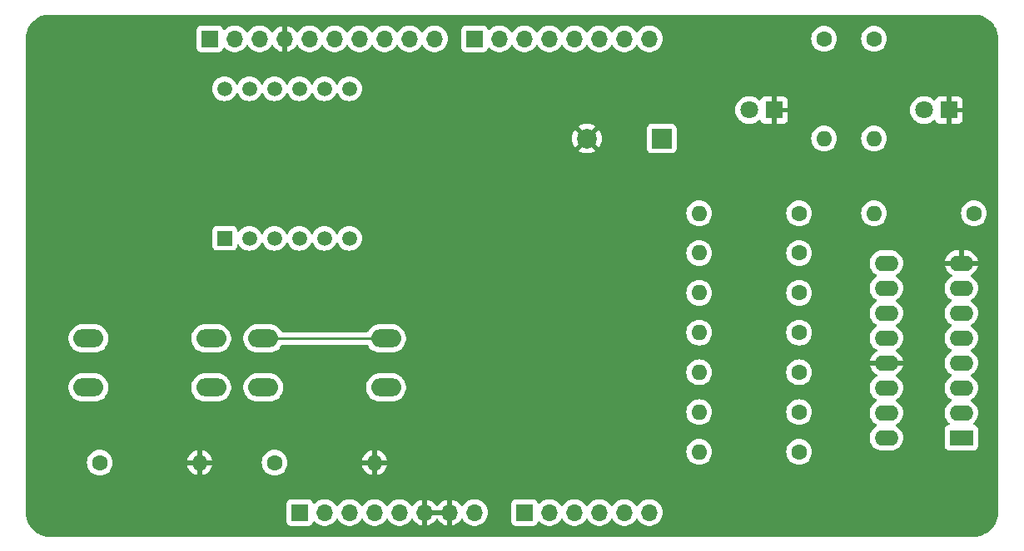
<source format=gbr>
%TF.GenerationSoftware,KiCad,Pcbnew,7.0.1*%
%TF.CreationDate,2023-03-30T13:35:16-06:00*%
%TF.ProjectId,Phase_A_UnoShield,50686173-655f-4415-9f55-6e6f53686965,rev?*%
%TF.SameCoordinates,Original*%
%TF.FileFunction,Copper,L2,Bot*%
%TF.FilePolarity,Positive*%
%FSLAX46Y46*%
G04 Gerber Fmt 4.6, Leading zero omitted, Abs format (unit mm)*
G04 Created by KiCad (PCBNEW 7.0.1) date 2023-03-30 13:35:16*
%MOMM*%
%LPD*%
G01*
G04 APERTURE LIST*
%TA.AperFunction,ComponentPad*%
%ADD10R,1.700000X1.700000*%
%TD*%
%TA.AperFunction,ComponentPad*%
%ADD11O,1.700000X1.700000*%
%TD*%
%TA.AperFunction,ComponentPad*%
%ADD12R,1.800000X1.800000*%
%TD*%
%TA.AperFunction,ComponentPad*%
%ADD13C,1.800000*%
%TD*%
%TA.AperFunction,ComponentPad*%
%ADD14R,2.400000X1.600000*%
%TD*%
%TA.AperFunction,ComponentPad*%
%ADD15O,2.400000X1.600000*%
%TD*%
%TA.AperFunction,ComponentPad*%
%ADD16C,1.600000*%
%TD*%
%TA.AperFunction,ComponentPad*%
%ADD17O,1.600000X1.600000*%
%TD*%
%TA.AperFunction,ComponentPad*%
%ADD18R,2.000000X2.000000*%
%TD*%
%TA.AperFunction,ComponentPad*%
%ADD19C,2.000000*%
%TD*%
%TA.AperFunction,ComponentPad*%
%ADD20O,3.048000X1.850000*%
%TD*%
%TA.AperFunction,ComponentPad*%
%ADD21R,1.500000X1.500000*%
%TD*%
%TA.AperFunction,ComponentPad*%
%ADD22C,1.500000*%
%TD*%
%TA.AperFunction,Conductor*%
%ADD23C,0.250000*%
%TD*%
G04 APERTURE END LIST*
D10*
%TO.P,J1,1,Pin_1*%
%TO.N,unconnected-(J1-Pin_1-Pad1)*%
X127940000Y-97460000D03*
D11*
%TO.P,J1,2,Pin_2*%
%TO.N,/IOREF*%
X130480000Y-97460000D03*
%TO.P,J1,3,Pin_3*%
%TO.N,/~{RESET}*%
X133020000Y-97460000D03*
%TO.P,J1,4,Pin_4*%
%TO.N,+3V3*%
X135560000Y-97460000D03*
%TO.P,J1,5,Pin_5*%
%TO.N,+5V*%
X138100000Y-97460000D03*
%TO.P,J1,6,Pin_6*%
%TO.N,GND*%
X140640000Y-97460000D03*
%TO.P,J1,7,Pin_7*%
X143180000Y-97460000D03*
%TO.P,J1,8,Pin_8*%
%TO.N,VCC*%
X145720000Y-97460000D03*
%TD*%
D10*
%TO.P,J3,1,Pin_1*%
%TO.N,/A0*%
X150800000Y-97460000D03*
D11*
%TO.P,J3,2,Pin_2*%
%TO.N,/A1*%
X153340000Y-97460000D03*
%TO.P,J3,3,Pin_3*%
%TO.N,/A2*%
X155880000Y-97460000D03*
%TO.P,J3,4,Pin_4*%
%TO.N,/A3*%
X158420000Y-97460000D03*
%TO.P,J3,5,Pin_5*%
%TO.N,/SDA{slash}A4*%
X160960000Y-97460000D03*
%TO.P,J3,6,Pin_6*%
%TO.N,/SCL{slash}A5*%
X163500000Y-97460000D03*
%TD*%
D10*
%TO.P,J2,1,Pin_1*%
%TO.N,unconnected-(J2-Pin_1-Pad1)*%
X118796000Y-49200000D03*
D11*
%TO.P,J2,2,Pin_2*%
%TO.N,unconnected-(J2-Pin_2-Pad2)*%
X121336000Y-49200000D03*
%TO.P,J2,3,Pin_3*%
%TO.N,unconnected-(J2-Pin_3-Pad3)*%
X123876000Y-49200000D03*
%TO.P,J2,4,Pin_4*%
%TO.N,GND*%
X126416000Y-49200000D03*
%TO.P,J2,5,Pin_5*%
%TO.N,Dig1*%
X128956000Y-49200000D03*
%TO.P,J2,6,Pin_6*%
%TO.N,Dig2*%
X131496000Y-49200000D03*
%TO.P,J2,7,Pin_7*%
%TO.N,Dig3*%
X134036000Y-49200000D03*
%TO.P,J2,8,Pin_8*%
%TO.N,Dig4*%
X136576000Y-49200000D03*
%TO.P,J2,9,Pin_9*%
%TO.N,DS*%
X139116000Y-49200000D03*
%TO.P,J2,10,Pin_10*%
%TO.N,ST_CP*%
X141656000Y-49200000D03*
%TD*%
D10*
%TO.P,J4,1,Pin_1*%
%TO.N,SH_CP*%
X145720000Y-49200000D03*
D11*
%TO.P,J4,2,Pin_2*%
%TO.N,Buzzer*%
X148260000Y-49200000D03*
%TO.P,J4,3,Pin_3*%
%TO.N,RED_LED*%
X150800000Y-49200000D03*
%TO.P,J4,4,Pin_4*%
%TO.N,GREEN_LED*%
X153340000Y-49200000D03*
%TO.P,J4,5,Pin_5*%
%TO.N,Button_2*%
X155880000Y-49200000D03*
%TO.P,J4,6,Pin_6*%
%TO.N,Button_1*%
X158420000Y-49200000D03*
%TO.P,J4,7,Pin_7*%
%TO.N,/TX{slash}1*%
X160960000Y-49200000D03*
%TO.P,J4,8,Pin_8*%
%TO.N,/RX{slash}0*%
X163500000Y-49200000D03*
%TD*%
D12*
%TO.P,D2,1,K*%
%TO.N,GND*%
X193980000Y-56468000D03*
D13*
%TO.P,D2,2,A*%
%TO.N,Net-(D2-A)*%
X191440000Y-56468000D03*
%TD*%
D14*
%TO.P,U2,1,QB*%
%TO.N,b*%
X195240000Y-89840000D03*
D15*
%TO.P,U2,2,QC*%
%TO.N,c*%
X195240000Y-87300000D03*
%TO.P,U2,3,QD*%
%TO.N,d*%
X195240000Y-84760000D03*
%TO.P,U2,4,QE*%
%TO.N,e*%
X195240000Y-82220000D03*
%TO.P,U2,5,QF*%
%TO.N,f*%
X195240000Y-79680000D03*
%TO.P,U2,6,QG*%
%TO.N,g*%
X195240000Y-77140000D03*
%TO.P,U2,7,QH*%
%TO.N,dp*%
X195240000Y-74600000D03*
%TO.P,U2,8,GND*%
%TO.N,GND*%
X195240000Y-72060000D03*
%TO.P,U2,9,QH'*%
%TO.N,unconnected-(U2-QH'-Pad9)*%
X187620000Y-72060000D03*
%TO.P,U2,10,~{SRCLR}*%
%TO.N,+5V*%
X187620000Y-74600000D03*
%TO.P,U2,11,SRCLK*%
%TO.N,SH_CP*%
X187620000Y-77140000D03*
%TO.P,U2,12,RCLK*%
%TO.N,ST_CP*%
X187620000Y-79680000D03*
%TO.P,U2,13,~{OE}*%
%TO.N,GND*%
X187620000Y-82220000D03*
%TO.P,U2,14,SER*%
%TO.N,DS*%
X187620000Y-84760000D03*
%TO.P,U2,15,QA*%
%TO.N,a*%
X187620000Y-87300000D03*
%TO.P,U2,16,VCC*%
%TO.N,+5V*%
X187620000Y-89840000D03*
%TD*%
D16*
%TO.P,R8,1*%
%TO.N,d*%
X178740000Y-83180000D03*
D17*
%TO.P,R8,2*%
%TO.N,Net-(U1-d)*%
X168580000Y-83180000D03*
%TD*%
D16*
%TO.P,R5,1*%
%TO.N,a*%
X196520000Y-66980000D03*
D17*
%TO.P,R5,2*%
%TO.N,Net-(U1-a)*%
X186360000Y-66980000D03*
%TD*%
D12*
%TO.P,D1,1,K*%
%TO.N,GND*%
X176200000Y-56468000D03*
D13*
%TO.P,D1,2,A*%
%TO.N,Net-(D1-A)*%
X173660000Y-56468000D03*
%TD*%
D16*
%TO.P,R1,1*%
%TO.N,Button_1*%
X107620000Y-92380000D03*
D17*
%TO.P,R1,2*%
%TO.N,GND*%
X117780000Y-92380000D03*
%TD*%
D18*
%TO.P,LS1,1,1*%
%TO.N,Buzzer*%
X164760000Y-59360000D03*
D19*
%TO.P,LS1,2,2*%
%TO.N,GND*%
X157160000Y-59360000D03*
%TD*%
D16*
%TO.P,R2,1*%
%TO.N,Button_2*%
X125400000Y-92380000D03*
D17*
%TO.P,R2,2*%
%TO.N,GND*%
X135560000Y-92380000D03*
%TD*%
D20*
%TO.P,SW1,1,1*%
%TO.N,+5V*%
X106460000Y-79720000D03*
X118960000Y-79720000D03*
%TO.P,SW1,2,2*%
%TO.N,Button_1*%
X106460000Y-84720000D03*
X118960000Y-84720000D03*
%TD*%
%TO.P,SW2,1,1*%
%TO.N,+5V*%
X124240000Y-79720000D03*
X136740000Y-79720000D03*
%TO.P,SW2,2,2*%
%TO.N,Button_2*%
X124240000Y-84720000D03*
X136740000Y-84720000D03*
%TD*%
D21*
%TO.P,U1,1,e*%
%TO.N,Net-(U1-e)*%
X120320000Y-69520000D03*
D22*
%TO.P,U1,2,d*%
%TO.N,Net-(U1-d)*%
X122860000Y-69520000D03*
%TO.P,U1,3,DPX*%
%TO.N,Net-(U1-DPX)*%
X125400000Y-69520000D03*
%TO.P,U1,4,c*%
%TO.N,Net-(U1-c)*%
X127940000Y-69520000D03*
%TO.P,U1,5,g*%
%TO.N,Net-(U1-g)*%
X130480000Y-69520000D03*
%TO.P,U1,6,CA4*%
%TO.N,Dig4*%
X133020000Y-69520000D03*
%TO.P,U1,7,b*%
%TO.N,Net-(U1-b)*%
X133020000Y-54280000D03*
%TO.P,U1,8,CA3*%
%TO.N,Dig3*%
X130480000Y-54280000D03*
%TO.P,U1,9,CA2*%
%TO.N,Dig2*%
X127940000Y-54280000D03*
%TO.P,U1,10,f*%
%TO.N,Net-(U1-f)*%
X125400000Y-54280000D03*
%TO.P,U1,11,a*%
%TO.N,Net-(U1-a)*%
X122860000Y-54280000D03*
%TO.P,U1,12,CA1*%
%TO.N,Dig1*%
X120320000Y-54280000D03*
%TD*%
D17*
%TO.P,R12,2*%
%TO.N,Net-(U1-DPX)*%
X168580000Y-66980000D03*
D16*
%TO.P,R12,1*%
%TO.N,dp*%
X178740000Y-66980000D03*
%TD*%
%TO.P,R10,1*%
%TO.N,f*%
X178740000Y-75080000D03*
D17*
%TO.P,R10,2*%
%TO.N,Net-(U1-f)*%
X168580000Y-75080000D03*
%TD*%
D16*
%TO.P,R9,1*%
%TO.N,e*%
X178740000Y-79130000D03*
D17*
%TO.P,R9,2*%
%TO.N,Net-(U1-e)*%
X168580000Y-79130000D03*
%TD*%
D16*
%TO.P,R6,1*%
%TO.N,b*%
X178740000Y-91280000D03*
D17*
%TO.P,R6,2*%
%TO.N,Net-(U1-b)*%
X168580000Y-91280000D03*
%TD*%
D16*
%TO.P,R3,1*%
%TO.N,RED_LED*%
X181280000Y-49200000D03*
D17*
%TO.P,R3,2*%
%TO.N,Net-(D1-A)*%
X181280000Y-59360000D03*
%TD*%
D16*
%TO.P,R7,1*%
%TO.N,c*%
X178740000Y-87230000D03*
D17*
%TO.P,R7,2*%
%TO.N,Net-(U1-c)*%
X168580000Y-87230000D03*
%TD*%
%TO.P,R11,2*%
%TO.N,Net-(U1-g)*%
X168580000Y-71030000D03*
D16*
%TO.P,R11,1*%
%TO.N,g*%
X178740000Y-71030000D03*
%TD*%
%TO.P,R4,1*%
%TO.N,GREEN_LED*%
X186360000Y-49200000D03*
D17*
%TO.P,R4,2*%
%TO.N,Net-(D2-A)*%
X186360000Y-59360000D03*
%TD*%
D23*
%TO.N,+5V*%
X136740000Y-79720000D02*
X124240000Y-79720000D01*
%TD*%
%TA.AperFunction,Conductor*%
%TO.N,GND*%
G36*
X196523736Y-46735726D02*
G01*
X196809577Y-46753016D01*
X196824441Y-46754821D01*
X197102421Y-46805763D01*
X197116943Y-46809342D01*
X197386784Y-46893427D01*
X197400754Y-46898725D01*
X197658476Y-47014718D01*
X197671718Y-47021668D01*
X197913584Y-47167879D01*
X197925894Y-47176377D01*
X198015655Y-47246700D01*
X198148364Y-47350671D01*
X198159572Y-47360601D01*
X198359398Y-47560427D01*
X198369328Y-47571635D01*
X198543618Y-47794099D01*
X198552122Y-47806419D01*
X198685104Y-48026399D01*
X198698327Y-48048273D01*
X198705284Y-48061529D01*
X198785965Y-48240794D01*
X198821270Y-48319237D01*
X198826575Y-48333225D01*
X198910653Y-48603040D01*
X198914236Y-48617578D01*
X198965178Y-48895558D01*
X198966983Y-48910423D01*
X198984274Y-49196264D01*
X198984500Y-49203751D01*
X198984500Y-97456249D01*
X198984274Y-97463736D01*
X198966983Y-97749576D01*
X198965178Y-97764441D01*
X198914236Y-98042421D01*
X198910652Y-98056959D01*
X198826577Y-98326769D01*
X198821270Y-98340762D01*
X198705285Y-98598468D01*
X198698327Y-98611726D01*
X198552124Y-98853577D01*
X198543618Y-98865900D01*
X198369328Y-99088364D01*
X198359398Y-99099572D01*
X198159572Y-99299398D01*
X198148364Y-99309328D01*
X197925900Y-99483618D01*
X197913577Y-99492124D01*
X197671726Y-99638327D01*
X197658468Y-99645285D01*
X197400762Y-99761270D01*
X197386769Y-99766577D01*
X197118785Y-99850083D01*
X197116959Y-99850653D01*
X197102421Y-99854236D01*
X196824441Y-99905178D01*
X196809576Y-99906983D01*
X196523736Y-99924274D01*
X196516249Y-99924500D01*
X102543751Y-99924500D01*
X102536264Y-99924274D01*
X102250423Y-99906983D01*
X102235558Y-99905178D01*
X101957578Y-99854236D01*
X101943044Y-99850654D01*
X101673225Y-99766575D01*
X101659237Y-99761270D01*
X101401531Y-99645285D01*
X101388273Y-99638327D01*
X101146422Y-99492124D01*
X101134099Y-99483618D01*
X100911635Y-99309328D01*
X100900427Y-99299398D01*
X100700601Y-99099572D01*
X100690671Y-99088364D01*
X100516381Y-98865900D01*
X100507879Y-98853584D01*
X100361668Y-98611718D01*
X100354718Y-98598476D01*
X100246772Y-98358634D01*
X126581500Y-98358634D01*
X126588011Y-98419205D01*
X126639110Y-98556203D01*
X126726738Y-98673261D01*
X126843796Y-98760889D01*
X126980794Y-98811988D01*
X126980797Y-98811988D01*
X126980799Y-98811989D01*
X127041362Y-98818500D01*
X128838634Y-98818500D01*
X128838638Y-98818500D01*
X128899201Y-98811989D01*
X128899203Y-98811988D01*
X128899205Y-98811988D01*
X128981097Y-98781443D01*
X129036204Y-98760889D01*
X129153261Y-98673261D01*
X129240889Y-98556204D01*
X129286137Y-98434889D01*
X129322089Y-98383677D01*
X129378471Y-98356539D01*
X129440925Y-98360387D01*
X129493548Y-98394241D01*
X129530969Y-98434890D01*
X129556760Y-98462906D01*
X129734424Y-98601189D01*
X129932426Y-98708342D01*
X130145365Y-98781444D01*
X130367431Y-98818500D01*
X130592569Y-98818500D01*
X130814635Y-98781444D01*
X131027574Y-98708342D01*
X131225576Y-98601189D01*
X131403240Y-98462906D01*
X131555722Y-98297268D01*
X131646190Y-98158795D01*
X131690982Y-98117561D01*
X131750000Y-98102616D01*
X131809018Y-98117561D01*
X131853809Y-98158795D01*
X131944278Y-98297268D01*
X132096760Y-98462906D01*
X132274424Y-98601189D01*
X132472426Y-98708342D01*
X132685365Y-98781444D01*
X132907431Y-98818500D01*
X133132569Y-98818500D01*
X133354635Y-98781444D01*
X133567574Y-98708342D01*
X133765576Y-98601189D01*
X133943240Y-98462906D01*
X134095722Y-98297268D01*
X134186190Y-98158795D01*
X134230982Y-98117561D01*
X134290000Y-98102616D01*
X134349018Y-98117561D01*
X134393809Y-98158795D01*
X134484278Y-98297268D01*
X134636760Y-98462906D01*
X134814424Y-98601189D01*
X135012426Y-98708342D01*
X135225365Y-98781444D01*
X135447431Y-98818500D01*
X135672569Y-98818500D01*
X135894635Y-98781444D01*
X136107574Y-98708342D01*
X136305576Y-98601189D01*
X136483240Y-98462906D01*
X136635722Y-98297268D01*
X136726190Y-98158795D01*
X136770982Y-98117561D01*
X136830000Y-98102616D01*
X136889018Y-98117561D01*
X136933809Y-98158795D01*
X137024278Y-98297268D01*
X137176760Y-98462906D01*
X137354424Y-98601189D01*
X137552426Y-98708342D01*
X137765365Y-98781444D01*
X137987431Y-98818500D01*
X138212569Y-98818500D01*
X138434635Y-98781444D01*
X138647574Y-98708342D01*
X138845576Y-98601189D01*
X139023240Y-98462906D01*
X139175722Y-98297268D01*
X139269748Y-98153349D01*
X139313663Y-98112595D01*
X139371562Y-98097188D01*
X139429926Y-98110726D01*
X139475131Y-98150048D01*
X139601892Y-98331080D01*
X139768918Y-98498106D01*
X139962423Y-98633600D01*
X140176507Y-98733430D01*
X140389999Y-98790635D01*
X140390000Y-98790636D01*
X140390000Y-97710000D01*
X140890000Y-97710000D01*
X140890000Y-98790635D01*
X141103492Y-98733430D01*
X141317576Y-98633600D01*
X141511081Y-98498106D01*
X141678106Y-98331081D01*
X141808425Y-98144968D01*
X141852743Y-98106103D01*
X141910000Y-98092092D01*
X141967257Y-98106103D01*
X142011575Y-98144968D01*
X142141893Y-98331081D01*
X142308918Y-98498106D01*
X142502423Y-98633600D01*
X142716507Y-98733430D01*
X142929999Y-98790635D01*
X142930000Y-98790636D01*
X142930000Y-98790635D01*
X143430000Y-98790635D01*
X143643492Y-98733430D01*
X143857576Y-98633600D01*
X144051081Y-98498106D01*
X144218106Y-98331081D01*
X144344868Y-98150048D01*
X144390072Y-98110726D01*
X144448436Y-98097188D01*
X144506335Y-98112595D01*
X144550252Y-98153351D01*
X144644276Y-98297267D01*
X144723824Y-98383677D01*
X144796760Y-98462906D01*
X144974424Y-98601189D01*
X145172426Y-98708342D01*
X145385365Y-98781444D01*
X145607431Y-98818500D01*
X145832569Y-98818500D01*
X146054635Y-98781444D01*
X146267574Y-98708342D01*
X146465576Y-98601189D01*
X146643240Y-98462906D01*
X146739230Y-98358634D01*
X149441500Y-98358634D01*
X149448011Y-98419205D01*
X149499110Y-98556203D01*
X149586738Y-98673261D01*
X149703796Y-98760889D01*
X149840794Y-98811988D01*
X149840797Y-98811988D01*
X149840799Y-98811989D01*
X149901362Y-98818500D01*
X151698634Y-98818500D01*
X151698638Y-98818500D01*
X151759201Y-98811989D01*
X151759203Y-98811988D01*
X151759205Y-98811988D01*
X151841097Y-98781443D01*
X151896204Y-98760889D01*
X152013261Y-98673261D01*
X152100889Y-98556204D01*
X152146137Y-98434889D01*
X152182089Y-98383677D01*
X152238471Y-98356539D01*
X152300925Y-98360387D01*
X152353548Y-98394241D01*
X152390969Y-98434890D01*
X152416760Y-98462906D01*
X152594424Y-98601189D01*
X152792426Y-98708342D01*
X153005365Y-98781444D01*
X153227431Y-98818500D01*
X153452569Y-98818500D01*
X153674635Y-98781444D01*
X153887574Y-98708342D01*
X154085576Y-98601189D01*
X154263240Y-98462906D01*
X154415722Y-98297268D01*
X154506190Y-98158795D01*
X154550982Y-98117561D01*
X154610000Y-98102616D01*
X154669018Y-98117561D01*
X154713809Y-98158795D01*
X154804278Y-98297268D01*
X154956760Y-98462906D01*
X155134424Y-98601189D01*
X155332426Y-98708342D01*
X155545365Y-98781444D01*
X155767431Y-98818500D01*
X155992569Y-98818500D01*
X156214635Y-98781444D01*
X156427574Y-98708342D01*
X156625576Y-98601189D01*
X156803240Y-98462906D01*
X156955722Y-98297268D01*
X157046190Y-98158795D01*
X157090982Y-98117561D01*
X157150000Y-98102616D01*
X157209018Y-98117561D01*
X157253809Y-98158795D01*
X157344278Y-98297268D01*
X157496760Y-98462906D01*
X157674424Y-98601189D01*
X157872426Y-98708342D01*
X158085365Y-98781444D01*
X158307431Y-98818500D01*
X158532569Y-98818500D01*
X158754635Y-98781444D01*
X158967574Y-98708342D01*
X159165576Y-98601189D01*
X159343240Y-98462906D01*
X159495722Y-98297268D01*
X159586190Y-98158795D01*
X159630982Y-98117561D01*
X159690000Y-98102616D01*
X159749018Y-98117561D01*
X159793809Y-98158795D01*
X159884278Y-98297268D01*
X160036760Y-98462906D01*
X160214424Y-98601189D01*
X160412426Y-98708342D01*
X160625365Y-98781444D01*
X160847431Y-98818500D01*
X161072569Y-98818500D01*
X161294635Y-98781444D01*
X161507574Y-98708342D01*
X161705576Y-98601189D01*
X161883240Y-98462906D01*
X162035722Y-98297268D01*
X162126190Y-98158795D01*
X162170982Y-98117561D01*
X162230000Y-98102616D01*
X162289018Y-98117561D01*
X162333809Y-98158795D01*
X162424278Y-98297268D01*
X162576760Y-98462906D01*
X162754424Y-98601189D01*
X162952426Y-98708342D01*
X163165365Y-98781444D01*
X163387431Y-98818500D01*
X163612569Y-98818500D01*
X163834635Y-98781444D01*
X164047574Y-98708342D01*
X164245576Y-98601189D01*
X164423240Y-98462906D01*
X164575722Y-98297268D01*
X164698860Y-98108791D01*
X164789296Y-97902616D01*
X164844564Y-97684368D01*
X164863156Y-97460000D01*
X164844564Y-97235632D01*
X164789296Y-97017384D01*
X164698860Y-96811209D01*
X164575722Y-96622732D01*
X164423240Y-96457094D01*
X164245576Y-96318811D01*
X164047574Y-96211658D01*
X164047573Y-96211657D01*
X164047572Y-96211657D01*
X163834636Y-96138556D01*
X163612569Y-96101500D01*
X163387431Y-96101500D01*
X163165363Y-96138556D01*
X162952427Y-96211657D01*
X162754424Y-96318811D01*
X162576760Y-96457094D01*
X162424279Y-96622730D01*
X162333809Y-96761205D01*
X162289017Y-96802438D01*
X162230000Y-96817383D01*
X162170983Y-96802438D01*
X162126191Y-96761205D01*
X162035723Y-96622734D01*
X162035722Y-96622732D01*
X161883240Y-96457094D01*
X161705576Y-96318811D01*
X161507574Y-96211658D01*
X161507573Y-96211657D01*
X161507572Y-96211657D01*
X161294636Y-96138556D01*
X161072569Y-96101500D01*
X160847431Y-96101500D01*
X160625363Y-96138556D01*
X160412427Y-96211657D01*
X160214424Y-96318811D01*
X160036760Y-96457094D01*
X159884279Y-96622730D01*
X159793809Y-96761205D01*
X159749017Y-96802438D01*
X159690000Y-96817383D01*
X159630983Y-96802438D01*
X159586191Y-96761205D01*
X159495723Y-96622734D01*
X159495722Y-96622732D01*
X159343240Y-96457094D01*
X159165576Y-96318811D01*
X158967574Y-96211658D01*
X158967573Y-96211657D01*
X158967572Y-96211657D01*
X158754636Y-96138556D01*
X158532569Y-96101500D01*
X158307431Y-96101500D01*
X158085363Y-96138556D01*
X157872427Y-96211657D01*
X157674424Y-96318811D01*
X157496760Y-96457094D01*
X157344279Y-96622730D01*
X157253809Y-96761205D01*
X157209017Y-96802438D01*
X157150000Y-96817383D01*
X157090983Y-96802438D01*
X157046191Y-96761205D01*
X156955723Y-96622734D01*
X156955722Y-96622732D01*
X156803240Y-96457094D01*
X156625576Y-96318811D01*
X156427574Y-96211658D01*
X156427573Y-96211657D01*
X156427572Y-96211657D01*
X156214636Y-96138556D01*
X155992569Y-96101500D01*
X155767431Y-96101500D01*
X155545363Y-96138556D01*
X155332427Y-96211657D01*
X155134424Y-96318811D01*
X154956760Y-96457094D01*
X154804279Y-96622730D01*
X154713809Y-96761205D01*
X154669017Y-96802438D01*
X154610000Y-96817383D01*
X154550983Y-96802438D01*
X154506191Y-96761205D01*
X154415723Y-96622734D01*
X154415722Y-96622732D01*
X154263240Y-96457094D01*
X154085576Y-96318811D01*
X153887574Y-96211658D01*
X153887573Y-96211657D01*
X153887572Y-96211657D01*
X153674636Y-96138556D01*
X153452569Y-96101500D01*
X153227431Y-96101500D01*
X153005363Y-96138556D01*
X152792427Y-96211657D01*
X152594424Y-96318811D01*
X152416759Y-96457094D01*
X152353548Y-96525759D01*
X152300924Y-96559612D01*
X152238470Y-96563460D01*
X152182089Y-96536322D01*
X152146138Y-96485110D01*
X152121427Y-96418861D01*
X152100889Y-96363796D01*
X152042951Y-96286400D01*
X152013261Y-96246738D01*
X151896203Y-96159110D01*
X151759205Y-96108011D01*
X151728919Y-96104755D01*
X151698638Y-96101500D01*
X149901362Y-96101500D01*
X149874445Y-96104393D01*
X149840794Y-96108011D01*
X149703796Y-96159110D01*
X149586738Y-96246738D01*
X149499110Y-96363796D01*
X149448011Y-96500794D01*
X149444393Y-96534445D01*
X149441689Y-96559612D01*
X149441500Y-96561366D01*
X149441500Y-98358634D01*
X146739230Y-98358634D01*
X146795722Y-98297268D01*
X146918860Y-98108791D01*
X147009296Y-97902616D01*
X147064564Y-97684368D01*
X147083156Y-97460000D01*
X147064564Y-97235632D01*
X147009296Y-97017384D01*
X146918860Y-96811209D01*
X146795722Y-96622732D01*
X146643240Y-96457094D01*
X146465576Y-96318811D01*
X146267574Y-96211658D01*
X146267573Y-96211657D01*
X146267572Y-96211657D01*
X146054636Y-96138556D01*
X145832569Y-96101500D01*
X145607431Y-96101500D01*
X145385363Y-96138556D01*
X145172427Y-96211657D01*
X144974424Y-96318811D01*
X144796760Y-96457094D01*
X144644275Y-96622734D01*
X144550250Y-96766650D01*
X144506334Y-96807405D01*
X144448435Y-96822812D01*
X144390071Y-96809274D01*
X144344867Y-96769951D01*
X144218109Y-96588921D01*
X144051081Y-96421893D01*
X143857576Y-96286399D01*
X143643492Y-96186569D01*
X143430000Y-96129364D01*
X143430000Y-98790635D01*
X142930000Y-98790635D01*
X142930000Y-97710000D01*
X140890000Y-97710000D01*
X140390000Y-97710000D01*
X140390000Y-97210000D01*
X140890000Y-97210000D01*
X142930000Y-97210000D01*
X142930000Y-96129364D01*
X142929999Y-96129364D01*
X142716507Y-96186569D01*
X142502421Y-96286400D01*
X142308921Y-96421890D01*
X142141893Y-96588918D01*
X142011575Y-96775032D01*
X141967257Y-96813897D01*
X141910000Y-96827908D01*
X141852743Y-96813897D01*
X141808425Y-96775032D01*
X141678106Y-96588918D01*
X141511081Y-96421893D01*
X141317576Y-96286399D01*
X141103492Y-96186569D01*
X140890000Y-96129364D01*
X140890000Y-97210000D01*
X140390000Y-97210000D01*
X140390000Y-96129364D01*
X140389999Y-96129364D01*
X140176507Y-96186569D01*
X139962421Y-96286400D01*
X139768921Y-96421890D01*
X139601893Y-96588918D01*
X139475132Y-96769952D01*
X139429928Y-96809274D01*
X139371564Y-96822812D01*
X139313665Y-96807405D01*
X139269748Y-96766649D01*
X139175723Y-96622732D01*
X139086451Y-96525759D01*
X139023240Y-96457094D01*
X138845576Y-96318811D01*
X138647574Y-96211658D01*
X138647573Y-96211657D01*
X138647572Y-96211657D01*
X138434636Y-96138556D01*
X138212569Y-96101500D01*
X137987431Y-96101500D01*
X137765363Y-96138556D01*
X137552427Y-96211657D01*
X137354424Y-96318811D01*
X137176760Y-96457094D01*
X137024279Y-96622730D01*
X136933809Y-96761205D01*
X136889017Y-96802438D01*
X136830000Y-96817383D01*
X136770983Y-96802438D01*
X136726191Y-96761205D01*
X136635723Y-96622734D01*
X136635722Y-96622732D01*
X136483240Y-96457094D01*
X136305576Y-96318811D01*
X136107574Y-96211658D01*
X136107573Y-96211657D01*
X136107572Y-96211657D01*
X135894636Y-96138556D01*
X135672569Y-96101500D01*
X135447431Y-96101500D01*
X135225363Y-96138556D01*
X135012427Y-96211657D01*
X134814424Y-96318811D01*
X134636760Y-96457094D01*
X134484279Y-96622730D01*
X134393809Y-96761205D01*
X134349017Y-96802438D01*
X134290000Y-96817383D01*
X134230983Y-96802438D01*
X134186191Y-96761205D01*
X134095723Y-96622734D01*
X134095722Y-96622732D01*
X133943240Y-96457094D01*
X133765576Y-96318811D01*
X133567574Y-96211658D01*
X133567573Y-96211657D01*
X133567572Y-96211657D01*
X133354636Y-96138556D01*
X133132569Y-96101500D01*
X132907431Y-96101500D01*
X132685363Y-96138556D01*
X132472427Y-96211657D01*
X132274424Y-96318811D01*
X132096760Y-96457094D01*
X131944279Y-96622730D01*
X131853809Y-96761205D01*
X131809017Y-96802438D01*
X131750000Y-96817383D01*
X131690983Y-96802438D01*
X131646191Y-96761205D01*
X131555723Y-96622734D01*
X131555722Y-96622732D01*
X131403240Y-96457094D01*
X131225576Y-96318811D01*
X131027574Y-96211658D01*
X131027573Y-96211657D01*
X131027572Y-96211657D01*
X130814636Y-96138556D01*
X130592569Y-96101500D01*
X130367431Y-96101500D01*
X130145363Y-96138556D01*
X129932427Y-96211657D01*
X129734424Y-96318811D01*
X129556759Y-96457094D01*
X129493548Y-96525759D01*
X129440924Y-96559612D01*
X129378470Y-96563460D01*
X129322089Y-96536322D01*
X129286138Y-96485110D01*
X129261427Y-96418861D01*
X129240889Y-96363796D01*
X129182951Y-96286400D01*
X129153261Y-96246738D01*
X129036203Y-96159110D01*
X128899205Y-96108011D01*
X128868919Y-96104755D01*
X128838638Y-96101500D01*
X127041362Y-96101500D01*
X127014445Y-96104393D01*
X126980794Y-96108011D01*
X126843796Y-96159110D01*
X126726738Y-96246738D01*
X126639110Y-96363796D01*
X126588011Y-96500794D01*
X126584393Y-96534445D01*
X126581689Y-96559612D01*
X126581500Y-96561366D01*
X126581500Y-98358634D01*
X100246772Y-98358634D01*
X100238725Y-98340754D01*
X100233427Y-98326784D01*
X100149342Y-98056943D01*
X100145763Y-98042421D01*
X100094821Y-97764441D01*
X100093016Y-97749576D01*
X100075726Y-97463736D01*
X100075500Y-97456249D01*
X100075500Y-92379999D01*
X106306501Y-92379999D01*
X106326456Y-92608084D01*
X106356086Y-92718664D01*
X106384934Y-92826326D01*
X106385717Y-92829246D01*
X106482474Y-93036744D01*
X106482476Y-93036746D01*
X106482477Y-93036749D01*
X106613802Y-93224300D01*
X106775700Y-93386198D01*
X106963251Y-93517523D01*
X107170757Y-93614284D01*
X107391913Y-93673543D01*
X107620000Y-93693498D01*
X107848087Y-93673543D01*
X108069243Y-93614284D01*
X108276749Y-93517523D01*
X108464300Y-93386198D01*
X108626198Y-93224300D01*
X108757523Y-93036749D01*
X108854284Y-92829243D01*
X108907671Y-92630000D01*
X116501128Y-92630000D01*
X116553733Y-92826326D01*
X116649865Y-93032480D01*
X116780341Y-93218819D01*
X116941180Y-93379658D01*
X117127519Y-93510134D01*
X117333673Y-93606266D01*
X117529999Y-93658871D01*
X117530000Y-93658872D01*
X117530000Y-92630000D01*
X118030000Y-92630000D01*
X118030000Y-93658871D01*
X118226326Y-93606266D01*
X118432480Y-93510134D01*
X118618819Y-93379658D01*
X118779658Y-93218819D01*
X118910134Y-93032480D01*
X119006266Y-92826326D01*
X119058872Y-92630000D01*
X118030000Y-92630000D01*
X117530000Y-92630000D01*
X116501128Y-92630000D01*
X108907671Y-92630000D01*
X108913543Y-92608087D01*
X108933498Y-92380000D01*
X108933498Y-92379999D01*
X124086501Y-92379999D01*
X124106456Y-92608084D01*
X124136086Y-92718664D01*
X124164934Y-92826326D01*
X124165717Y-92829246D01*
X124262474Y-93036744D01*
X124262476Y-93036746D01*
X124262477Y-93036749D01*
X124393802Y-93224300D01*
X124555700Y-93386198D01*
X124743251Y-93517523D01*
X124950757Y-93614284D01*
X125171913Y-93673543D01*
X125400000Y-93693498D01*
X125628087Y-93673543D01*
X125849243Y-93614284D01*
X126056749Y-93517523D01*
X126244300Y-93386198D01*
X126406198Y-93224300D01*
X126537523Y-93036749D01*
X126634284Y-92829243D01*
X126687671Y-92630000D01*
X134281128Y-92630000D01*
X134333733Y-92826326D01*
X134429865Y-93032480D01*
X134560341Y-93218819D01*
X134721180Y-93379658D01*
X134907519Y-93510134D01*
X135113673Y-93606266D01*
X135309999Y-93658871D01*
X135310000Y-93658872D01*
X135310000Y-92630000D01*
X135810000Y-92630000D01*
X135810000Y-93658871D01*
X136006326Y-93606266D01*
X136212480Y-93510134D01*
X136398819Y-93379658D01*
X136559658Y-93218819D01*
X136690134Y-93032480D01*
X136786266Y-92826326D01*
X136838872Y-92630000D01*
X135810000Y-92630000D01*
X135310000Y-92630000D01*
X134281128Y-92630000D01*
X126687671Y-92630000D01*
X126693543Y-92608087D01*
X126713498Y-92380000D01*
X126693543Y-92151913D01*
X126687671Y-92130000D01*
X134281128Y-92130000D01*
X135310000Y-92130000D01*
X135310000Y-91101128D01*
X135810000Y-91101128D01*
X135810000Y-92130000D01*
X136838872Y-92130000D01*
X136838871Y-92129999D01*
X136786266Y-91933673D01*
X136690134Y-91727519D01*
X136559658Y-91541180D01*
X136398819Y-91380341D01*
X136255517Y-91280000D01*
X167266501Y-91280000D01*
X167286456Y-91508084D01*
X167286457Y-91508087D01*
X167344110Y-91723251D01*
X167345717Y-91729246D01*
X167442474Y-91936744D01*
X167442476Y-91936746D01*
X167442477Y-91936749D01*
X167573802Y-92124300D01*
X167735700Y-92286198D01*
X167923251Y-92417523D01*
X168130757Y-92514284D01*
X168351913Y-92573543D01*
X168580000Y-92593498D01*
X168808087Y-92573543D01*
X169029243Y-92514284D01*
X169236749Y-92417523D01*
X169424300Y-92286198D01*
X169586198Y-92124300D01*
X169717523Y-91936749D01*
X169814284Y-91729243D01*
X169873543Y-91508087D01*
X169893498Y-91280000D01*
X177426501Y-91280000D01*
X177446456Y-91508084D01*
X177446457Y-91508087D01*
X177504110Y-91723251D01*
X177505717Y-91729246D01*
X177602474Y-91936744D01*
X177602476Y-91936746D01*
X177602477Y-91936749D01*
X177733802Y-92124300D01*
X177895700Y-92286198D01*
X178083251Y-92417523D01*
X178290757Y-92514284D01*
X178511913Y-92573543D01*
X178740000Y-92593498D01*
X178968087Y-92573543D01*
X179189243Y-92514284D01*
X179396749Y-92417523D01*
X179584300Y-92286198D01*
X179746198Y-92124300D01*
X179877523Y-91936749D01*
X179974284Y-91729243D01*
X180033543Y-91508087D01*
X180053498Y-91280000D01*
X180033543Y-91051913D01*
X179974284Y-90830757D01*
X179877523Y-90623251D01*
X179746198Y-90435700D01*
X179584300Y-90273802D01*
X179396749Y-90142477D01*
X179396746Y-90142476D01*
X179396744Y-90142474D01*
X179189246Y-90045717D01*
X179189243Y-90045716D01*
X179078664Y-90016086D01*
X178968084Y-89986456D01*
X178739999Y-89966501D01*
X178511915Y-89986456D01*
X178290753Y-90045717D01*
X178083255Y-90142474D01*
X177895696Y-90273805D01*
X177733805Y-90435696D01*
X177602474Y-90623255D01*
X177505717Y-90830753D01*
X177446456Y-91051915D01*
X177426501Y-91280000D01*
X169893498Y-91280000D01*
X169873543Y-91051913D01*
X169814284Y-90830757D01*
X169717523Y-90623251D01*
X169586198Y-90435700D01*
X169424300Y-90273802D01*
X169236749Y-90142477D01*
X169236746Y-90142476D01*
X169236744Y-90142474D01*
X169029246Y-90045717D01*
X169029243Y-90045716D01*
X168918664Y-90016086D01*
X168808084Y-89986456D01*
X168579999Y-89966501D01*
X168351915Y-89986456D01*
X168130753Y-90045717D01*
X167923255Y-90142474D01*
X167735696Y-90273805D01*
X167573805Y-90435696D01*
X167442474Y-90623255D01*
X167345717Y-90830753D01*
X167286456Y-91051915D01*
X167266501Y-91280000D01*
X136255517Y-91280000D01*
X136212480Y-91249865D01*
X136006326Y-91153733D01*
X135810000Y-91101128D01*
X135310000Y-91101128D01*
X135309999Y-91101128D01*
X135113673Y-91153733D01*
X134907519Y-91249865D01*
X134721180Y-91380341D01*
X134560341Y-91541180D01*
X134429865Y-91727519D01*
X134333733Y-91933673D01*
X134281128Y-92129999D01*
X134281128Y-92130000D01*
X126687671Y-92130000D01*
X126634284Y-91930757D01*
X126585903Y-91827004D01*
X126537525Y-91723255D01*
X126537524Y-91723254D01*
X126537523Y-91723251D01*
X126406198Y-91535700D01*
X126244300Y-91373802D01*
X126056749Y-91242477D01*
X126056746Y-91242476D01*
X126056744Y-91242474D01*
X125849246Y-91145717D01*
X125849243Y-91145716D01*
X125682840Y-91101128D01*
X125628084Y-91086456D01*
X125400000Y-91066501D01*
X125171915Y-91086456D01*
X124950753Y-91145717D01*
X124743255Y-91242474D01*
X124555696Y-91373805D01*
X124393805Y-91535696D01*
X124262474Y-91723255D01*
X124165717Y-91930753D01*
X124106456Y-92151915D01*
X124086501Y-92379999D01*
X108933498Y-92379999D01*
X108913543Y-92151913D01*
X108907671Y-92130000D01*
X116501128Y-92130000D01*
X117530000Y-92130000D01*
X117530000Y-91101128D01*
X118030000Y-91101128D01*
X118030000Y-92130000D01*
X119058872Y-92130000D01*
X119058871Y-92129999D01*
X119006266Y-91933673D01*
X118910134Y-91727519D01*
X118779658Y-91541180D01*
X118618819Y-91380341D01*
X118432480Y-91249865D01*
X118226326Y-91153733D01*
X118030000Y-91101128D01*
X117530000Y-91101128D01*
X117529999Y-91101128D01*
X117333673Y-91153733D01*
X117127519Y-91249865D01*
X116941180Y-91380341D01*
X116780341Y-91541180D01*
X116649865Y-91727519D01*
X116553733Y-91933673D01*
X116501128Y-92129999D01*
X116501128Y-92130000D01*
X108907671Y-92130000D01*
X108854284Y-91930757D01*
X108805903Y-91827003D01*
X108757525Y-91723255D01*
X108757524Y-91723254D01*
X108757523Y-91723251D01*
X108626198Y-91535700D01*
X108464300Y-91373802D01*
X108276749Y-91242477D01*
X108276746Y-91242476D01*
X108276744Y-91242474D01*
X108069246Y-91145717D01*
X108069243Y-91145716D01*
X107902840Y-91101128D01*
X107848084Y-91086456D01*
X107620000Y-91066501D01*
X107391915Y-91086456D01*
X107170753Y-91145717D01*
X106963255Y-91242474D01*
X106775696Y-91373805D01*
X106613805Y-91535696D01*
X106482474Y-91723255D01*
X106385717Y-91930753D01*
X106326456Y-92151915D01*
X106306501Y-92379999D01*
X100075500Y-92379999D01*
X100075500Y-89840000D01*
X185906501Y-89840000D01*
X185926456Y-90068084D01*
X185926457Y-90068087D01*
X185981579Y-90273805D01*
X185985717Y-90289246D01*
X186082474Y-90496744D01*
X186082476Y-90496746D01*
X186082477Y-90496749D01*
X186213802Y-90684300D01*
X186375700Y-90846198D01*
X186563251Y-90977523D01*
X186770757Y-91074284D01*
X186991913Y-91133543D01*
X187077393Y-91141021D01*
X187162871Y-91148500D01*
X187162873Y-91148500D01*
X188077127Y-91148500D01*
X188077129Y-91148500D01*
X188151560Y-91141988D01*
X188248087Y-91133543D01*
X188469243Y-91074284D01*
X188676749Y-90977523D01*
X188864300Y-90846198D01*
X189026198Y-90684300D01*
X189157523Y-90496749D01*
X189254284Y-90289243D01*
X189313543Y-90068087D01*
X189333498Y-89840000D01*
X189313543Y-89611913D01*
X189254284Y-89390757D01*
X189157523Y-89183251D01*
X189026198Y-88995700D01*
X188864300Y-88833802D01*
X188676749Y-88702477D01*
X188633655Y-88682382D01*
X188581479Y-88636625D01*
X188562059Y-88570000D01*
X188581479Y-88503375D01*
X188633655Y-88457618D01*
X188636882Y-88456112D01*
X188676749Y-88437523D01*
X188864300Y-88306198D01*
X189026198Y-88144300D01*
X189157523Y-87956749D01*
X189254284Y-87749243D01*
X189313543Y-87528087D01*
X189333498Y-87300000D01*
X193526501Y-87300000D01*
X193546456Y-87528084D01*
X193605717Y-87749246D01*
X193702474Y-87956744D01*
X193702476Y-87956746D01*
X193702477Y-87956749D01*
X193833802Y-88144300D01*
X193995700Y-88306198D01*
X194003364Y-88311565D01*
X194042502Y-88356405D01*
X194056237Y-88414318D01*
X194041405Y-88471959D01*
X194001422Y-88516049D01*
X193945501Y-88536429D01*
X193930799Y-88538009D01*
X193793796Y-88589110D01*
X193676738Y-88676738D01*
X193589110Y-88793796D01*
X193538011Y-88930794D01*
X193531500Y-88991366D01*
X193531500Y-90688634D01*
X193538011Y-90749205D01*
X193589110Y-90886203D01*
X193676738Y-91003261D01*
X193793796Y-91090889D01*
X193930794Y-91141988D01*
X193930797Y-91141988D01*
X193930799Y-91141989D01*
X193991362Y-91148500D01*
X196488634Y-91148500D01*
X196488638Y-91148500D01*
X196549201Y-91141989D01*
X196549203Y-91141988D01*
X196549205Y-91141988D01*
X196658752Y-91101128D01*
X196686204Y-91090889D01*
X196803261Y-91003261D01*
X196890889Y-90886204D01*
X196941989Y-90749201D01*
X196948500Y-90688638D01*
X196948500Y-88991362D01*
X196941989Y-88930799D01*
X196941988Y-88930797D01*
X196941988Y-88930794D01*
X196890889Y-88793796D01*
X196803261Y-88676738D01*
X196686203Y-88589110D01*
X196549201Y-88538010D01*
X196534498Y-88536429D01*
X196478576Y-88516049D01*
X196438594Y-88471958D01*
X196423762Y-88414316D01*
X196437498Y-88356402D01*
X196476635Y-88311564D01*
X196484300Y-88306198D01*
X196646198Y-88144300D01*
X196777523Y-87956749D01*
X196874284Y-87749243D01*
X196933543Y-87528087D01*
X196953498Y-87300000D01*
X196933543Y-87071913D01*
X196874284Y-86850757D01*
X196777523Y-86643251D01*
X196646198Y-86455700D01*
X196484300Y-86293802D01*
X196296749Y-86162477D01*
X196253655Y-86142382D01*
X196201479Y-86096625D01*
X196182059Y-86030000D01*
X196201479Y-85963375D01*
X196253655Y-85917618D01*
X196256882Y-85916112D01*
X196296749Y-85897523D01*
X196484300Y-85766198D01*
X196646198Y-85604300D01*
X196777523Y-85416749D01*
X196874284Y-85209243D01*
X196933543Y-84988087D01*
X196953498Y-84760000D01*
X196933543Y-84531913D01*
X196874284Y-84310757D01*
X196777523Y-84103251D01*
X196646198Y-83915700D01*
X196484300Y-83753802D01*
X196296749Y-83622477D01*
X196253655Y-83602382D01*
X196201479Y-83556625D01*
X196182059Y-83490000D01*
X196201479Y-83423375D01*
X196253655Y-83377618D01*
X196256882Y-83376112D01*
X196296749Y-83357523D01*
X196484300Y-83226198D01*
X196646198Y-83064300D01*
X196777523Y-82876749D01*
X196874284Y-82669243D01*
X196933543Y-82448087D01*
X196953498Y-82220000D01*
X196933543Y-81991913D01*
X196874284Y-81770757D01*
X196777523Y-81563251D01*
X196646198Y-81375700D01*
X196484300Y-81213802D01*
X196296749Y-81082477D01*
X196263708Y-81067070D01*
X196253655Y-81062382D01*
X196201479Y-81016625D01*
X196182059Y-80950000D01*
X196201479Y-80883375D01*
X196253655Y-80837618D01*
X196256882Y-80836112D01*
X196296749Y-80817523D01*
X196484300Y-80686198D01*
X196646198Y-80524300D01*
X196777523Y-80336749D01*
X196874284Y-80129243D01*
X196933543Y-79908087D01*
X196953498Y-79680000D01*
X196933543Y-79451913D01*
X196874284Y-79230757D01*
X196777523Y-79023251D01*
X196646198Y-78835700D01*
X196484300Y-78673802D01*
X196296749Y-78542477D01*
X196253655Y-78522382D01*
X196201479Y-78476625D01*
X196182059Y-78410000D01*
X196201479Y-78343375D01*
X196253655Y-78297618D01*
X196256882Y-78296112D01*
X196296749Y-78277523D01*
X196484300Y-78146198D01*
X196646198Y-77984300D01*
X196777523Y-77796749D01*
X196874284Y-77589243D01*
X196933543Y-77368087D01*
X196953498Y-77140000D01*
X196933543Y-76911913D01*
X196874284Y-76690757D01*
X196777523Y-76483251D01*
X196646198Y-76295700D01*
X196484300Y-76133802D01*
X196296749Y-76002477D01*
X196253653Y-75982381D01*
X196201478Y-75936623D01*
X196182059Y-75869997D01*
X196201480Y-75803372D01*
X196253654Y-75757618D01*
X196296749Y-75737523D01*
X196484300Y-75606198D01*
X196646198Y-75444300D01*
X196777523Y-75256749D01*
X196874284Y-75049243D01*
X196933543Y-74828087D01*
X196953498Y-74600000D01*
X196933543Y-74371913D01*
X196874284Y-74150757D01*
X196777523Y-73943251D01*
X196646198Y-73755700D01*
X196484300Y-73593802D01*
X196296749Y-73462477D01*
X196296748Y-73462476D01*
X196296746Y-73462475D01*
X196243598Y-73437692D01*
X196191422Y-73391934D01*
X196172003Y-73325309D01*
X196191423Y-73258683D01*
X196243600Y-73212927D01*
X196292481Y-73190133D01*
X196478819Y-73059658D01*
X196639658Y-72898819D01*
X196770134Y-72712480D01*
X196866266Y-72506326D01*
X196918872Y-72310000D01*
X193561128Y-72310000D01*
X193613733Y-72506326D01*
X193709865Y-72712480D01*
X193840341Y-72898819D01*
X194001180Y-73059658D01*
X194187516Y-73190132D01*
X194236400Y-73212927D01*
X194288576Y-73258684D01*
X194307996Y-73325309D01*
X194288577Y-73391934D01*
X194236402Y-73437691D01*
X194183256Y-73462474D01*
X194183255Y-73462475D01*
X194183251Y-73462477D01*
X193995700Y-73593802D01*
X193995696Y-73593805D01*
X193833805Y-73755696D01*
X193833802Y-73755699D01*
X193833802Y-73755700D01*
X193812266Y-73786456D01*
X193702474Y-73943255D01*
X193605717Y-74150753D01*
X193546456Y-74371915D01*
X193526501Y-74600000D01*
X193546456Y-74828084D01*
X193605717Y-75049246D01*
X193702474Y-75256744D01*
X193702476Y-75256746D01*
X193702477Y-75256749D01*
X193833802Y-75444300D01*
X193995700Y-75606198D01*
X194183251Y-75737523D01*
X194226345Y-75757618D01*
X194278520Y-75803372D01*
X194297940Y-75869997D01*
X194278522Y-75936622D01*
X194226347Y-75982380D01*
X194183254Y-76002475D01*
X194183251Y-76002476D01*
X194183251Y-76002477D01*
X194063686Y-76086198D01*
X193995696Y-76133805D01*
X193833805Y-76295696D01*
X193702474Y-76483255D01*
X193605717Y-76690753D01*
X193546456Y-76911915D01*
X193526501Y-77140000D01*
X193546456Y-77368084D01*
X193605717Y-77589246D01*
X193702474Y-77796744D01*
X193702476Y-77796746D01*
X193702477Y-77796749D01*
X193833802Y-77984300D01*
X193995700Y-78146198D01*
X194183251Y-78277523D01*
X194223334Y-78296214D01*
X194226345Y-78297618D01*
X194278521Y-78343375D01*
X194297940Y-78410000D01*
X194278521Y-78476625D01*
X194226344Y-78522382D01*
X194183251Y-78542477D01*
X193995700Y-78673802D01*
X193995696Y-78673805D01*
X193833805Y-78835696D01*
X193702474Y-79023255D01*
X193605717Y-79230753D01*
X193546456Y-79451915D01*
X193526501Y-79680000D01*
X193546456Y-79908084D01*
X193605717Y-80129246D01*
X193702474Y-80336744D01*
X193702476Y-80336746D01*
X193702477Y-80336749D01*
X193833802Y-80524300D01*
X193995700Y-80686198D01*
X194183251Y-80817523D01*
X194223334Y-80836214D01*
X194226345Y-80837618D01*
X194278521Y-80883375D01*
X194297940Y-80950000D01*
X194278521Y-81016625D01*
X194226345Y-81062382D01*
X194187544Y-81080475D01*
X194183251Y-81082477D01*
X194102821Y-81138795D01*
X193995696Y-81213805D01*
X193833805Y-81375696D01*
X193702474Y-81563255D01*
X193605717Y-81770753D01*
X193546456Y-81991915D01*
X193526501Y-82220000D01*
X193546456Y-82448084D01*
X193566597Y-82523251D01*
X193604934Y-82666326D01*
X193605717Y-82669246D01*
X193702474Y-82876744D01*
X193702476Y-82876746D01*
X193702477Y-82876749D01*
X193833802Y-83064300D01*
X193995700Y-83226198D01*
X194183251Y-83357523D01*
X194223334Y-83376214D01*
X194226345Y-83377618D01*
X194278521Y-83423375D01*
X194297940Y-83490000D01*
X194278521Y-83556625D01*
X194226344Y-83602382D01*
X194183251Y-83622477D01*
X194173584Y-83629246D01*
X193995696Y-83753805D01*
X193833805Y-83915696D01*
X193702474Y-84103255D01*
X193605717Y-84310753D01*
X193546456Y-84531915D01*
X193526501Y-84759999D01*
X193546456Y-84988084D01*
X193605717Y-85209246D01*
X193702474Y-85416744D01*
X193702476Y-85416746D01*
X193702477Y-85416749D01*
X193833802Y-85604300D01*
X193995700Y-85766198D01*
X194183251Y-85897523D01*
X194223334Y-85916214D01*
X194226345Y-85917618D01*
X194278521Y-85963375D01*
X194297940Y-86030000D01*
X194278521Y-86096625D01*
X194226344Y-86142382D01*
X194183251Y-86162477D01*
X194095666Y-86223805D01*
X193995696Y-86293805D01*
X193833805Y-86455696D01*
X193702474Y-86643255D01*
X193605717Y-86850753D01*
X193546456Y-87071915D01*
X193526501Y-87300000D01*
X189333498Y-87300000D01*
X189313543Y-87071913D01*
X189254284Y-86850757D01*
X189157523Y-86643251D01*
X189026198Y-86455700D01*
X188864300Y-86293802D01*
X188676749Y-86162477D01*
X188633655Y-86142382D01*
X188581479Y-86096625D01*
X188562059Y-86030000D01*
X188581479Y-85963375D01*
X188633655Y-85917618D01*
X188636882Y-85916112D01*
X188676749Y-85897523D01*
X188864300Y-85766198D01*
X189026198Y-85604300D01*
X189157523Y-85416749D01*
X189254284Y-85209243D01*
X189313543Y-84988087D01*
X189333498Y-84760000D01*
X189313543Y-84531913D01*
X189254284Y-84310757D01*
X189157523Y-84103251D01*
X189026198Y-83915700D01*
X188864300Y-83753802D01*
X188676749Y-83622477D01*
X188676748Y-83622476D01*
X188676746Y-83622475D01*
X188623598Y-83597692D01*
X188571422Y-83551934D01*
X188552003Y-83485309D01*
X188571423Y-83418683D01*
X188623600Y-83372927D01*
X188672481Y-83350133D01*
X188858819Y-83219658D01*
X189019658Y-83058819D01*
X189150134Y-82872480D01*
X189246266Y-82666326D01*
X189298872Y-82470000D01*
X185941128Y-82470000D01*
X185993733Y-82666326D01*
X186089865Y-82872480D01*
X186220341Y-83058819D01*
X186381180Y-83219658D01*
X186567516Y-83350132D01*
X186616400Y-83372927D01*
X186668576Y-83418684D01*
X186687996Y-83485309D01*
X186668577Y-83551934D01*
X186616402Y-83597691D01*
X186563256Y-83622474D01*
X186563255Y-83622475D01*
X186563251Y-83622477D01*
X186387145Y-83745788D01*
X186375696Y-83753805D01*
X186213805Y-83915696D01*
X186082474Y-84103255D01*
X185985717Y-84310753D01*
X185926456Y-84531915D01*
X185906501Y-84759999D01*
X185926456Y-84988084D01*
X185985717Y-85209246D01*
X186082474Y-85416744D01*
X186082476Y-85416746D01*
X186082477Y-85416749D01*
X186213802Y-85604300D01*
X186375700Y-85766198D01*
X186563251Y-85897523D01*
X186603334Y-85916214D01*
X186606345Y-85917618D01*
X186658521Y-85963375D01*
X186677940Y-86030000D01*
X186658521Y-86096625D01*
X186606344Y-86142382D01*
X186563251Y-86162477D01*
X186475666Y-86223805D01*
X186375696Y-86293805D01*
X186213805Y-86455696D01*
X186082474Y-86643255D01*
X185985717Y-86850753D01*
X185926456Y-87071915D01*
X185906501Y-87300000D01*
X185926456Y-87528084D01*
X185985717Y-87749246D01*
X186082474Y-87956744D01*
X186082476Y-87956746D01*
X186082477Y-87956749D01*
X186213802Y-88144300D01*
X186375700Y-88306198D01*
X186563251Y-88437523D01*
X186606345Y-88457618D01*
X186658520Y-88503372D01*
X186677940Y-88569997D01*
X186658522Y-88636622D01*
X186606347Y-88682380D01*
X186563254Y-88702475D01*
X186563251Y-88702476D01*
X186563251Y-88702477D01*
X186432835Y-88793796D01*
X186375696Y-88833805D01*
X186213805Y-88995696D01*
X186082474Y-89183255D01*
X185985717Y-89390753D01*
X185926456Y-89611915D01*
X185906501Y-89840000D01*
X100075500Y-89840000D01*
X100075500Y-87230000D01*
X167266501Y-87230000D01*
X167286456Y-87458084D01*
X167345717Y-87679246D01*
X167442474Y-87886744D01*
X167442476Y-87886746D01*
X167442477Y-87886749D01*
X167573802Y-88074300D01*
X167735700Y-88236198D01*
X167923251Y-88367523D01*
X168130757Y-88464284D01*
X168351913Y-88523543D01*
X168580000Y-88543498D01*
X168808087Y-88523543D01*
X169029243Y-88464284D01*
X169236749Y-88367523D01*
X169424300Y-88236198D01*
X169586198Y-88074300D01*
X169717523Y-87886749D01*
X169814284Y-87679243D01*
X169873543Y-87458087D01*
X169893498Y-87230000D01*
X177426501Y-87230000D01*
X177446456Y-87458084D01*
X177505717Y-87679246D01*
X177602474Y-87886744D01*
X177602476Y-87886746D01*
X177602477Y-87886749D01*
X177733802Y-88074300D01*
X177895700Y-88236198D01*
X178083251Y-88367523D01*
X178290757Y-88464284D01*
X178511913Y-88523543D01*
X178740000Y-88543498D01*
X178968087Y-88523543D01*
X179189243Y-88464284D01*
X179396749Y-88367523D01*
X179584300Y-88236198D01*
X179746198Y-88074300D01*
X179877523Y-87886749D01*
X179974284Y-87679243D01*
X180033543Y-87458087D01*
X180053498Y-87230000D01*
X180033543Y-87001913D01*
X179974284Y-86780757D01*
X179877523Y-86573251D01*
X179746198Y-86385700D01*
X179584300Y-86223802D01*
X179396749Y-86092477D01*
X179396746Y-86092476D01*
X179396744Y-86092474D01*
X179189246Y-85995717D01*
X179189243Y-85995716D01*
X179068546Y-85963375D01*
X178968084Y-85936456D01*
X178739999Y-85916501D01*
X178511915Y-85936456D01*
X178290753Y-85995717D01*
X178083255Y-86092474D01*
X177895696Y-86223805D01*
X177733805Y-86385696D01*
X177602474Y-86573255D01*
X177505717Y-86780753D01*
X177446456Y-87001915D01*
X177426501Y-87230000D01*
X169893498Y-87230000D01*
X169873543Y-87001913D01*
X169814284Y-86780757D01*
X169717523Y-86573251D01*
X169586198Y-86385700D01*
X169424300Y-86223802D01*
X169236749Y-86092477D01*
X169236746Y-86092476D01*
X169236744Y-86092474D01*
X169029246Y-85995717D01*
X169029243Y-85995716D01*
X168908546Y-85963375D01*
X168808084Y-85936456D01*
X168579999Y-85916501D01*
X168351915Y-85936456D01*
X168130753Y-85995717D01*
X167923255Y-86092474D01*
X167735696Y-86223805D01*
X167573805Y-86385696D01*
X167442474Y-86573255D01*
X167345717Y-86780753D01*
X167286456Y-87001915D01*
X167266501Y-87230000D01*
X100075500Y-87230000D01*
X100075500Y-84838783D01*
X104427500Y-84838783D01*
X104466602Y-85073112D01*
X104543738Y-85297799D01*
X104543740Y-85297804D01*
X104608110Y-85416749D01*
X104656810Y-85506738D01*
X104802724Y-85694211D01*
X104880919Y-85766194D01*
X104977508Y-85855110D01*
X105176391Y-85985046D01*
X105393948Y-86080476D01*
X105624245Y-86138795D01*
X105695230Y-86144677D01*
X105801703Y-86153500D01*
X105801709Y-86153500D01*
X107118291Y-86153500D01*
X107118297Y-86153500D01*
X107215089Y-86145479D01*
X107295755Y-86138795D01*
X107526052Y-86080476D01*
X107743609Y-85985046D01*
X107942492Y-85855110D01*
X108117275Y-85694211D01*
X108263191Y-85506737D01*
X108376260Y-85297804D01*
X108453398Y-85073110D01*
X108492500Y-84838783D01*
X116927500Y-84838783D01*
X116966602Y-85073112D01*
X117043738Y-85297799D01*
X117043740Y-85297804D01*
X117108110Y-85416749D01*
X117156810Y-85506738D01*
X117302724Y-85694211D01*
X117380919Y-85766194D01*
X117477508Y-85855110D01*
X117676391Y-85985046D01*
X117893948Y-86080476D01*
X118124245Y-86138795D01*
X118195230Y-86144677D01*
X118301703Y-86153500D01*
X118301709Y-86153500D01*
X119618291Y-86153500D01*
X119618297Y-86153500D01*
X119715089Y-86145479D01*
X119795755Y-86138795D01*
X120026052Y-86080476D01*
X120243609Y-85985046D01*
X120442492Y-85855110D01*
X120617275Y-85694211D01*
X120763191Y-85506737D01*
X120876260Y-85297804D01*
X120953398Y-85073110D01*
X120992500Y-84838783D01*
X122207500Y-84838783D01*
X122246602Y-85073112D01*
X122323738Y-85297799D01*
X122323740Y-85297804D01*
X122388110Y-85416749D01*
X122436810Y-85506738D01*
X122582724Y-85694211D01*
X122660919Y-85766194D01*
X122757508Y-85855110D01*
X122956391Y-85985046D01*
X123173948Y-86080476D01*
X123404245Y-86138795D01*
X123475230Y-86144677D01*
X123581703Y-86153500D01*
X123581709Y-86153500D01*
X124898291Y-86153500D01*
X124898297Y-86153500D01*
X124995089Y-86145479D01*
X125075755Y-86138795D01*
X125306052Y-86080476D01*
X125523609Y-85985046D01*
X125722492Y-85855110D01*
X125897275Y-85694211D01*
X126043191Y-85506737D01*
X126156260Y-85297804D01*
X126233398Y-85073110D01*
X126272500Y-84838783D01*
X134707500Y-84838783D01*
X134746602Y-85073112D01*
X134823738Y-85297799D01*
X134823740Y-85297804D01*
X134888110Y-85416749D01*
X134936810Y-85506738D01*
X135082724Y-85694211D01*
X135160919Y-85766194D01*
X135257508Y-85855110D01*
X135456391Y-85985046D01*
X135673948Y-86080476D01*
X135904245Y-86138795D01*
X135975230Y-86144677D01*
X136081703Y-86153500D01*
X136081709Y-86153500D01*
X137398291Y-86153500D01*
X137398297Y-86153500D01*
X137495089Y-86145479D01*
X137575755Y-86138795D01*
X137806052Y-86080476D01*
X138023609Y-85985046D01*
X138222492Y-85855110D01*
X138397275Y-85694211D01*
X138543191Y-85506737D01*
X138656260Y-85297804D01*
X138733398Y-85073110D01*
X138772500Y-84838783D01*
X138772500Y-84601217D01*
X138733398Y-84366890D01*
X138656260Y-84142196D01*
X138543191Y-83933263D01*
X138468068Y-83836744D01*
X138397275Y-83745788D01*
X138241493Y-83602382D01*
X138222492Y-83584890D01*
X138023609Y-83454954D01*
X137806052Y-83359524D01*
X137575755Y-83301205D01*
X137575753Y-83301204D01*
X137575750Y-83301204D01*
X137398297Y-83286500D01*
X137398291Y-83286500D01*
X136081709Y-83286500D01*
X136081703Y-83286500D01*
X135904249Y-83301204D01*
X135673948Y-83359524D01*
X135456388Y-83454955D01*
X135257509Y-83584889D01*
X135082724Y-83745788D01*
X134936810Y-83933261D01*
X134823738Y-84142200D01*
X134746602Y-84366887D01*
X134707500Y-84601217D01*
X134707500Y-84838783D01*
X126272500Y-84838783D01*
X126272500Y-84601217D01*
X126233398Y-84366890D01*
X126156260Y-84142196D01*
X126043191Y-83933263D01*
X125968068Y-83836744D01*
X125897275Y-83745788D01*
X125741493Y-83602382D01*
X125722492Y-83584890D01*
X125523609Y-83454954D01*
X125306052Y-83359524D01*
X125075755Y-83301205D01*
X125075753Y-83301204D01*
X125075750Y-83301204D01*
X124898297Y-83286500D01*
X124898291Y-83286500D01*
X123581709Y-83286500D01*
X123581703Y-83286500D01*
X123404249Y-83301204D01*
X123173948Y-83359524D01*
X122956388Y-83454955D01*
X122757509Y-83584889D01*
X122582724Y-83745788D01*
X122436810Y-83933261D01*
X122323738Y-84142200D01*
X122246602Y-84366887D01*
X122207500Y-84601217D01*
X122207500Y-84838783D01*
X120992500Y-84838783D01*
X120992500Y-84601217D01*
X120953398Y-84366890D01*
X120876260Y-84142196D01*
X120763191Y-83933263D01*
X120688068Y-83836744D01*
X120617275Y-83745788D01*
X120461493Y-83602382D01*
X120442492Y-83584890D01*
X120243609Y-83454954D01*
X120026052Y-83359524D01*
X119795755Y-83301205D01*
X119795753Y-83301204D01*
X119795750Y-83301204D01*
X119618297Y-83286500D01*
X119618291Y-83286500D01*
X118301709Y-83286500D01*
X118301703Y-83286500D01*
X118124249Y-83301204D01*
X117893948Y-83359524D01*
X117676388Y-83454955D01*
X117477509Y-83584889D01*
X117302724Y-83745788D01*
X117156810Y-83933261D01*
X117043738Y-84142200D01*
X116966602Y-84366887D01*
X116927500Y-84601217D01*
X116927500Y-84838783D01*
X108492500Y-84838783D01*
X108492500Y-84601217D01*
X108453398Y-84366890D01*
X108376260Y-84142196D01*
X108263191Y-83933263D01*
X108188068Y-83836744D01*
X108117275Y-83745788D01*
X107961493Y-83602382D01*
X107942492Y-83584890D01*
X107743609Y-83454954D01*
X107526052Y-83359524D01*
X107295755Y-83301205D01*
X107295753Y-83301204D01*
X107295750Y-83301204D01*
X107118297Y-83286500D01*
X107118291Y-83286500D01*
X105801709Y-83286500D01*
X105801703Y-83286500D01*
X105624249Y-83301204D01*
X105393948Y-83359524D01*
X105176388Y-83454955D01*
X104977509Y-83584889D01*
X104802724Y-83745788D01*
X104656810Y-83933261D01*
X104543738Y-84142200D01*
X104466602Y-84366887D01*
X104427500Y-84601217D01*
X104427500Y-84838783D01*
X100075500Y-84838783D01*
X100075500Y-83179999D01*
X167266501Y-83179999D01*
X167286456Y-83408084D01*
X167345717Y-83629246D01*
X167442474Y-83836744D01*
X167442476Y-83836746D01*
X167442477Y-83836749D01*
X167573802Y-84024300D01*
X167735700Y-84186198D01*
X167923251Y-84317523D01*
X168130757Y-84414284D01*
X168351913Y-84473543D01*
X168580000Y-84493498D01*
X168808087Y-84473543D01*
X169029243Y-84414284D01*
X169236749Y-84317523D01*
X169424300Y-84186198D01*
X169586198Y-84024300D01*
X169717523Y-83836749D01*
X169814284Y-83629243D01*
X169873543Y-83408087D01*
X169893498Y-83180000D01*
X169893498Y-83179999D01*
X177426501Y-83179999D01*
X177446456Y-83408084D01*
X177505717Y-83629246D01*
X177602474Y-83836744D01*
X177602476Y-83836746D01*
X177602477Y-83836749D01*
X177733802Y-84024300D01*
X177895700Y-84186198D01*
X178083251Y-84317523D01*
X178290757Y-84414284D01*
X178511913Y-84473543D01*
X178740000Y-84493498D01*
X178968087Y-84473543D01*
X179189243Y-84414284D01*
X179396749Y-84317523D01*
X179584300Y-84186198D01*
X179746198Y-84024300D01*
X179877523Y-83836749D01*
X179974284Y-83629243D01*
X180033543Y-83408087D01*
X180053498Y-83180000D01*
X180033543Y-82951913D01*
X179974284Y-82730757D01*
X179877523Y-82523251D01*
X179746198Y-82335700D01*
X179584300Y-82173802D01*
X179396749Y-82042477D01*
X179396746Y-82042476D01*
X179396744Y-82042474D01*
X179189246Y-81945717D01*
X179189243Y-81945716D01*
X179078665Y-81916086D01*
X178968084Y-81886456D01*
X178739999Y-81866501D01*
X178511915Y-81886456D01*
X178290753Y-81945717D01*
X178083255Y-82042474D01*
X177895696Y-82173805D01*
X177733805Y-82335696D01*
X177602474Y-82523255D01*
X177505717Y-82730753D01*
X177446456Y-82951915D01*
X177426501Y-83179999D01*
X169893498Y-83179999D01*
X169873543Y-82951913D01*
X169814284Y-82730757D01*
X169717523Y-82523251D01*
X169586198Y-82335700D01*
X169424300Y-82173802D01*
X169236749Y-82042477D01*
X169236746Y-82042476D01*
X169236744Y-82042474D01*
X169029246Y-81945717D01*
X169029243Y-81945716D01*
X168918665Y-81916086D01*
X168808084Y-81886456D01*
X168579999Y-81866501D01*
X168351915Y-81886456D01*
X168130753Y-81945717D01*
X167923255Y-82042474D01*
X167735696Y-82173805D01*
X167573805Y-82335696D01*
X167442474Y-82523255D01*
X167345717Y-82730753D01*
X167286456Y-82951915D01*
X167266501Y-83179999D01*
X100075500Y-83179999D01*
X100075500Y-79838783D01*
X104427500Y-79838783D01*
X104466602Y-80073112D01*
X104488260Y-80136198D01*
X104543740Y-80297804D01*
X104609048Y-80418482D01*
X104656810Y-80506738D01*
X104802724Y-80694211D01*
X104890116Y-80774660D01*
X104977508Y-80855110D01*
X105176391Y-80985046D01*
X105393948Y-81080476D01*
X105624245Y-81138795D01*
X105695230Y-81144677D01*
X105801703Y-81153500D01*
X105801709Y-81153500D01*
X107118291Y-81153500D01*
X107118297Y-81153500D01*
X107215089Y-81145479D01*
X107295755Y-81138795D01*
X107526052Y-81080476D01*
X107743609Y-80985046D01*
X107942492Y-80855110D01*
X108117275Y-80694211D01*
X108263191Y-80506737D01*
X108376260Y-80297804D01*
X108453398Y-80073110D01*
X108492500Y-79838783D01*
X116927500Y-79838783D01*
X116966602Y-80073112D01*
X116988260Y-80136198D01*
X117043740Y-80297804D01*
X117109048Y-80418482D01*
X117156810Y-80506738D01*
X117302724Y-80694211D01*
X117390116Y-80774660D01*
X117477508Y-80855110D01*
X117676391Y-80985046D01*
X117893948Y-81080476D01*
X118124245Y-81138795D01*
X118195230Y-81144677D01*
X118301703Y-81153500D01*
X118301709Y-81153500D01*
X119618291Y-81153500D01*
X119618297Y-81153500D01*
X119715089Y-81145479D01*
X119795755Y-81138795D01*
X120026052Y-81080476D01*
X120243609Y-80985046D01*
X120442492Y-80855110D01*
X120617275Y-80694211D01*
X120763191Y-80506737D01*
X120876260Y-80297804D01*
X120953398Y-80073110D01*
X120992500Y-79838783D01*
X122207500Y-79838783D01*
X122246602Y-80073112D01*
X122268260Y-80136198D01*
X122323740Y-80297804D01*
X122389048Y-80418482D01*
X122436810Y-80506738D01*
X122582724Y-80694211D01*
X122670116Y-80774660D01*
X122757508Y-80855110D01*
X122956391Y-80985046D01*
X123173948Y-81080476D01*
X123404245Y-81138795D01*
X123475230Y-81144677D01*
X123581703Y-81153500D01*
X123581709Y-81153500D01*
X124898291Y-81153500D01*
X124898297Y-81153500D01*
X124995089Y-81145479D01*
X125075755Y-81138795D01*
X125306052Y-81080476D01*
X125523609Y-80985046D01*
X125722492Y-80855110D01*
X125897275Y-80694211D01*
X126043191Y-80506737D01*
X126077414Y-80443498D01*
X126090953Y-80418482D01*
X126136534Y-80370977D01*
X126200007Y-80353500D01*
X134779993Y-80353500D01*
X134843466Y-80370977D01*
X134889047Y-80418482D01*
X134926778Y-80488201D01*
X134936809Y-80506737D01*
X135013677Y-80605497D01*
X135082724Y-80694211D01*
X135170116Y-80774660D01*
X135257508Y-80855110D01*
X135456391Y-80985046D01*
X135673948Y-81080476D01*
X135904245Y-81138795D01*
X135975230Y-81144677D01*
X136081703Y-81153500D01*
X136081709Y-81153500D01*
X137398291Y-81153500D01*
X137398297Y-81153500D01*
X137495089Y-81145479D01*
X137575755Y-81138795D01*
X137806052Y-81080476D01*
X138023609Y-80985046D01*
X138222492Y-80855110D01*
X138397275Y-80694211D01*
X138543191Y-80506737D01*
X138656260Y-80297804D01*
X138733398Y-80073110D01*
X138772500Y-79838783D01*
X138772500Y-79601217D01*
X138733398Y-79366890D01*
X138656260Y-79142196D01*
X138649660Y-79130000D01*
X167266501Y-79130000D01*
X167286456Y-79358084D01*
X167345717Y-79579246D01*
X167442474Y-79786744D01*
X167442476Y-79786746D01*
X167442477Y-79786749D01*
X167573802Y-79974300D01*
X167735700Y-80136198D01*
X167923251Y-80267523D01*
X167923254Y-80267524D01*
X167923255Y-80267525D01*
X167988189Y-80297804D01*
X168130757Y-80364284D01*
X168351913Y-80423543D01*
X168580000Y-80443498D01*
X168808087Y-80423543D01*
X169029243Y-80364284D01*
X169236749Y-80267523D01*
X169424300Y-80136198D01*
X169586198Y-79974300D01*
X169717523Y-79786749D01*
X169814284Y-79579243D01*
X169873543Y-79358087D01*
X169893498Y-79130000D01*
X177426501Y-79130000D01*
X177446456Y-79358084D01*
X177505717Y-79579246D01*
X177602474Y-79786744D01*
X177602476Y-79786746D01*
X177602477Y-79786749D01*
X177733802Y-79974300D01*
X177895700Y-80136198D01*
X178083251Y-80267523D01*
X178083254Y-80267524D01*
X178083255Y-80267525D01*
X178148189Y-80297804D01*
X178290757Y-80364284D01*
X178511913Y-80423543D01*
X178740000Y-80443498D01*
X178968087Y-80423543D01*
X179189243Y-80364284D01*
X179396749Y-80267523D01*
X179584300Y-80136198D01*
X179746198Y-79974300D01*
X179877523Y-79786749D01*
X179927301Y-79680000D01*
X185906501Y-79680000D01*
X185926456Y-79908084D01*
X185985717Y-80129246D01*
X186082474Y-80336744D01*
X186082476Y-80336746D01*
X186082477Y-80336749D01*
X186213802Y-80524300D01*
X186375700Y-80686198D01*
X186563251Y-80817523D01*
X186616401Y-80842307D01*
X186668576Y-80888061D01*
X186687996Y-80954686D01*
X186668578Y-81021311D01*
X186616403Y-81067069D01*
X186567520Y-81089864D01*
X186381180Y-81220341D01*
X186220341Y-81381180D01*
X186089865Y-81567519D01*
X185993733Y-81773673D01*
X185941128Y-81969999D01*
X185941128Y-81970000D01*
X189298872Y-81970000D01*
X189298871Y-81969999D01*
X189246266Y-81773673D01*
X189150134Y-81567519D01*
X189019658Y-81381180D01*
X188858819Y-81220341D01*
X188672482Y-81089866D01*
X188623597Y-81067070D01*
X188571422Y-81021312D01*
X188552003Y-80954686D01*
X188571424Y-80888061D01*
X188623596Y-80842308D01*
X188676749Y-80817523D01*
X188864300Y-80686198D01*
X189026198Y-80524300D01*
X189157523Y-80336749D01*
X189254284Y-80129243D01*
X189313543Y-79908087D01*
X189333498Y-79680000D01*
X189313543Y-79451913D01*
X189254284Y-79230757D01*
X189157523Y-79023251D01*
X189026198Y-78835700D01*
X188864300Y-78673802D01*
X188676749Y-78542477D01*
X188633655Y-78522382D01*
X188581479Y-78476625D01*
X188562059Y-78410000D01*
X188581479Y-78343375D01*
X188633655Y-78297618D01*
X188636882Y-78296112D01*
X188676749Y-78277523D01*
X188864300Y-78146198D01*
X189026198Y-77984300D01*
X189157523Y-77796749D01*
X189254284Y-77589243D01*
X189313543Y-77368087D01*
X189333498Y-77140000D01*
X189313543Y-76911913D01*
X189254284Y-76690757D01*
X189157523Y-76483251D01*
X189026198Y-76295700D01*
X188864300Y-76133802D01*
X188676749Y-76002477D01*
X188633653Y-75982381D01*
X188581478Y-75936623D01*
X188562059Y-75869997D01*
X188581480Y-75803372D01*
X188633654Y-75757618D01*
X188676749Y-75737523D01*
X188864300Y-75606198D01*
X189026198Y-75444300D01*
X189157523Y-75256749D01*
X189254284Y-75049243D01*
X189313543Y-74828087D01*
X189333498Y-74600000D01*
X189313543Y-74371913D01*
X189254284Y-74150757D01*
X189157523Y-73943251D01*
X189026198Y-73755700D01*
X188864300Y-73593802D01*
X188676749Y-73462477D01*
X188633655Y-73442382D01*
X188581479Y-73396625D01*
X188562059Y-73330000D01*
X188581479Y-73263375D01*
X188633655Y-73217618D01*
X188636882Y-73216112D01*
X188676749Y-73197523D01*
X188864300Y-73066198D01*
X189026198Y-72904300D01*
X189157523Y-72716749D01*
X189254284Y-72509243D01*
X189313543Y-72288087D01*
X189333498Y-72060000D01*
X189313543Y-71831913D01*
X189307671Y-71810000D01*
X193561128Y-71810000D01*
X194990000Y-71810000D01*
X194990000Y-70760000D01*
X195490000Y-70760000D01*
X195490000Y-71810000D01*
X196918872Y-71810000D01*
X196918871Y-71809999D01*
X196866266Y-71613673D01*
X196770134Y-71407519D01*
X196639658Y-71221180D01*
X196478819Y-71060341D01*
X196292480Y-70929865D01*
X196086326Y-70833733D01*
X195866602Y-70774858D01*
X195696765Y-70760000D01*
X195490000Y-70760000D01*
X194990000Y-70760000D01*
X194783235Y-70760000D01*
X194613397Y-70774858D01*
X194393673Y-70833733D01*
X194187519Y-70929865D01*
X194001180Y-71060341D01*
X193840341Y-71221180D01*
X193709865Y-71407519D01*
X193613733Y-71613673D01*
X193561128Y-71809999D01*
X193561128Y-71810000D01*
X189307671Y-71810000D01*
X189254284Y-71610757D01*
X189157523Y-71403251D01*
X189026198Y-71215700D01*
X188864300Y-71053802D01*
X188676749Y-70922477D01*
X188676746Y-70922476D01*
X188676744Y-70922474D01*
X188469246Y-70825717D01*
X188469243Y-70825716D01*
X188268729Y-70771988D01*
X188248084Y-70766456D01*
X188077129Y-70751500D01*
X188077127Y-70751500D01*
X187162873Y-70751500D01*
X187162871Y-70751500D01*
X186991915Y-70766456D01*
X186770753Y-70825717D01*
X186563255Y-70922474D01*
X186375696Y-71053805D01*
X186213805Y-71215696D01*
X186082474Y-71403255D01*
X185985717Y-71610753D01*
X185926456Y-71831915D01*
X185906501Y-72060000D01*
X185926456Y-72288084D01*
X185935957Y-72323543D01*
X185984934Y-72506326D01*
X185985717Y-72509246D01*
X186082474Y-72716744D01*
X186082476Y-72716746D01*
X186082477Y-72716749D01*
X186213802Y-72904300D01*
X186375700Y-73066198D01*
X186563251Y-73197523D01*
X186606345Y-73217618D01*
X186658520Y-73263372D01*
X186677940Y-73329997D01*
X186658522Y-73396622D01*
X186606347Y-73442380D01*
X186563254Y-73462475D01*
X186375696Y-73593805D01*
X186213805Y-73755696D01*
X186213802Y-73755699D01*
X186213802Y-73755700D01*
X186192266Y-73786456D01*
X186082474Y-73943255D01*
X185985717Y-74150753D01*
X185926456Y-74371915D01*
X185906501Y-74600000D01*
X185926456Y-74828084D01*
X185985717Y-75049246D01*
X186082474Y-75256744D01*
X186082476Y-75256746D01*
X186082477Y-75256749D01*
X186213802Y-75444300D01*
X186375700Y-75606198D01*
X186563251Y-75737523D01*
X186606345Y-75757618D01*
X186658520Y-75803372D01*
X186677940Y-75869997D01*
X186658522Y-75936622D01*
X186606347Y-75982380D01*
X186563254Y-76002475D01*
X186563251Y-76002476D01*
X186563251Y-76002477D01*
X186443686Y-76086198D01*
X186375696Y-76133805D01*
X186213805Y-76295696D01*
X186082474Y-76483255D01*
X185985717Y-76690753D01*
X185926456Y-76911915D01*
X185906501Y-77140000D01*
X185926456Y-77368084D01*
X185985717Y-77589246D01*
X186082474Y-77796744D01*
X186082476Y-77796746D01*
X186082477Y-77796749D01*
X186213802Y-77984300D01*
X186375700Y-78146198D01*
X186563251Y-78277523D01*
X186603334Y-78296214D01*
X186606345Y-78297618D01*
X186658521Y-78343375D01*
X186677940Y-78410000D01*
X186658521Y-78476625D01*
X186606344Y-78522382D01*
X186563251Y-78542477D01*
X186375700Y-78673802D01*
X186375696Y-78673805D01*
X186213805Y-78835696D01*
X186082474Y-79023255D01*
X185985717Y-79230753D01*
X185926456Y-79451915D01*
X185906501Y-79680000D01*
X179927301Y-79680000D01*
X179974284Y-79579243D01*
X180033543Y-79358087D01*
X180053498Y-79130000D01*
X180033543Y-78901913D01*
X179974284Y-78680757D01*
X179909803Y-78542476D01*
X179877525Y-78473255D01*
X179877524Y-78473254D01*
X179877523Y-78473251D01*
X179746198Y-78285700D01*
X179584300Y-78123802D01*
X179396749Y-77992477D01*
X179396746Y-77992476D01*
X179396744Y-77992474D01*
X179189246Y-77895717D01*
X179189243Y-77895716D01*
X179078665Y-77866086D01*
X178968084Y-77836456D01*
X178739999Y-77816501D01*
X178511915Y-77836456D01*
X178290753Y-77895717D01*
X178083255Y-77992474D01*
X177895696Y-78123805D01*
X177733805Y-78285696D01*
X177602474Y-78473255D01*
X177505717Y-78680753D01*
X177446456Y-78901915D01*
X177426501Y-79130000D01*
X169893498Y-79130000D01*
X169873543Y-78901913D01*
X169814284Y-78680757D01*
X169749803Y-78542476D01*
X169717525Y-78473255D01*
X169717524Y-78473254D01*
X169717523Y-78473251D01*
X169586198Y-78285700D01*
X169424300Y-78123802D01*
X169236749Y-77992477D01*
X169236746Y-77992476D01*
X169236744Y-77992474D01*
X169029246Y-77895717D01*
X169029243Y-77895716D01*
X168918665Y-77866086D01*
X168808084Y-77836456D01*
X168579999Y-77816501D01*
X168351915Y-77836456D01*
X168130753Y-77895717D01*
X167923255Y-77992474D01*
X167735696Y-78123805D01*
X167573805Y-78285696D01*
X167442474Y-78473255D01*
X167345717Y-78680753D01*
X167286456Y-78901915D01*
X167266501Y-79130000D01*
X138649660Y-79130000D01*
X138543191Y-78933263D01*
X138467252Y-78835696D01*
X138397275Y-78745788D01*
X138302341Y-78658396D01*
X138222492Y-78584890D01*
X138023609Y-78454954D01*
X137806052Y-78359524D01*
X137575755Y-78301205D01*
X137575753Y-78301204D01*
X137575750Y-78301204D01*
X137398297Y-78286500D01*
X137398291Y-78286500D01*
X136081709Y-78286500D01*
X136081703Y-78286500D01*
X135904249Y-78301204D01*
X135673948Y-78359524D01*
X135456388Y-78454955D01*
X135257509Y-78584889D01*
X135082724Y-78745788D01*
X134936807Y-78933266D01*
X134889047Y-79021518D01*
X134843466Y-79069023D01*
X134779993Y-79086500D01*
X126200007Y-79086500D01*
X126136534Y-79069023D01*
X126090953Y-79021518D01*
X126067146Y-78977529D01*
X126043191Y-78933263D01*
X125951015Y-78814835D01*
X125897275Y-78745788D01*
X125802341Y-78658396D01*
X125722492Y-78584890D01*
X125523609Y-78454954D01*
X125306052Y-78359524D01*
X125075755Y-78301205D01*
X125075753Y-78301204D01*
X125075750Y-78301204D01*
X124898297Y-78286500D01*
X124898291Y-78286500D01*
X123581709Y-78286500D01*
X123581703Y-78286500D01*
X123404249Y-78301204D01*
X123173948Y-78359524D01*
X122956388Y-78454955D01*
X122757509Y-78584889D01*
X122582724Y-78745788D01*
X122436810Y-78933261D01*
X122323738Y-79142200D01*
X122246602Y-79366887D01*
X122207500Y-79601217D01*
X122207500Y-79838783D01*
X120992500Y-79838783D01*
X120992500Y-79601217D01*
X120953398Y-79366890D01*
X120876260Y-79142196D01*
X120763191Y-78933263D01*
X120687252Y-78835696D01*
X120617275Y-78745788D01*
X120522341Y-78658396D01*
X120442492Y-78584890D01*
X120243609Y-78454954D01*
X120026052Y-78359524D01*
X119795755Y-78301205D01*
X119795753Y-78301204D01*
X119795750Y-78301204D01*
X119618297Y-78286500D01*
X119618291Y-78286500D01*
X118301709Y-78286500D01*
X118301703Y-78286500D01*
X118124249Y-78301204D01*
X117893948Y-78359524D01*
X117676388Y-78454955D01*
X117477509Y-78584889D01*
X117302724Y-78745788D01*
X117156810Y-78933261D01*
X117043738Y-79142200D01*
X116966602Y-79366887D01*
X116927500Y-79601217D01*
X116927500Y-79838783D01*
X108492500Y-79838783D01*
X108492500Y-79601217D01*
X108453398Y-79366890D01*
X108376260Y-79142196D01*
X108263191Y-78933263D01*
X108187252Y-78835696D01*
X108117275Y-78745788D01*
X108022341Y-78658396D01*
X107942492Y-78584890D01*
X107743609Y-78454954D01*
X107526052Y-78359524D01*
X107295755Y-78301205D01*
X107295753Y-78301204D01*
X107295750Y-78301204D01*
X107118297Y-78286500D01*
X107118291Y-78286500D01*
X105801709Y-78286500D01*
X105801703Y-78286500D01*
X105624249Y-78301204D01*
X105393948Y-78359524D01*
X105176388Y-78454955D01*
X104977509Y-78584889D01*
X104802724Y-78745788D01*
X104656810Y-78933261D01*
X104543738Y-79142200D01*
X104466602Y-79366887D01*
X104427500Y-79601217D01*
X104427500Y-79838783D01*
X100075500Y-79838783D01*
X100075500Y-75079999D01*
X167266501Y-75079999D01*
X167286456Y-75308084D01*
X167345717Y-75529246D01*
X167442474Y-75736744D01*
X167442476Y-75736746D01*
X167442477Y-75736749D01*
X167573802Y-75924300D01*
X167735700Y-76086198D01*
X167923251Y-76217523D01*
X168130757Y-76314284D01*
X168351913Y-76373543D01*
X168580000Y-76393498D01*
X168808087Y-76373543D01*
X169029243Y-76314284D01*
X169236749Y-76217523D01*
X169424300Y-76086198D01*
X169586198Y-75924300D01*
X169717523Y-75736749D01*
X169814284Y-75529243D01*
X169873543Y-75308087D01*
X169893498Y-75080000D01*
X169893498Y-75079999D01*
X177426501Y-75079999D01*
X177446456Y-75308084D01*
X177505717Y-75529246D01*
X177602474Y-75736744D01*
X177602476Y-75736746D01*
X177602477Y-75736749D01*
X177733802Y-75924300D01*
X177895700Y-76086198D01*
X178083251Y-76217523D01*
X178290757Y-76314284D01*
X178511913Y-76373543D01*
X178740000Y-76393498D01*
X178968087Y-76373543D01*
X179189243Y-76314284D01*
X179396749Y-76217523D01*
X179584300Y-76086198D01*
X179746198Y-75924300D01*
X179877523Y-75736749D01*
X179974284Y-75529243D01*
X180033543Y-75308087D01*
X180053498Y-75080000D01*
X180033543Y-74851913D01*
X179974284Y-74630757D01*
X179877523Y-74423251D01*
X179746198Y-74235700D01*
X179584300Y-74073802D01*
X179396749Y-73942477D01*
X179396746Y-73942476D01*
X179396744Y-73942474D01*
X179189246Y-73845717D01*
X179189243Y-73845716D01*
X179078665Y-73816086D01*
X178968084Y-73786456D01*
X178739999Y-73766501D01*
X178511915Y-73786456D01*
X178290753Y-73845717D01*
X178083255Y-73942474D01*
X177895696Y-74073805D01*
X177733805Y-74235696D01*
X177602474Y-74423255D01*
X177505717Y-74630753D01*
X177446456Y-74851915D01*
X177426501Y-75079999D01*
X169893498Y-75079999D01*
X169873543Y-74851913D01*
X169814284Y-74630757D01*
X169717523Y-74423251D01*
X169586198Y-74235700D01*
X169424300Y-74073802D01*
X169236749Y-73942477D01*
X169236746Y-73942476D01*
X169236744Y-73942474D01*
X169029246Y-73845717D01*
X169029243Y-73845716D01*
X168918665Y-73816086D01*
X168808084Y-73786456D01*
X168579999Y-73766501D01*
X168351915Y-73786456D01*
X168130753Y-73845717D01*
X167923255Y-73942474D01*
X167735696Y-74073805D01*
X167573805Y-74235696D01*
X167442474Y-74423255D01*
X167345717Y-74630753D01*
X167286456Y-74851915D01*
X167266501Y-75079999D01*
X100075500Y-75079999D01*
X100075500Y-71030000D01*
X167266501Y-71030000D01*
X167286456Y-71258084D01*
X167286457Y-71258087D01*
X167326497Y-71407519D01*
X167345717Y-71479246D01*
X167442474Y-71686744D01*
X167442476Y-71686746D01*
X167442477Y-71686749D01*
X167573802Y-71874300D01*
X167735700Y-72036198D01*
X167923251Y-72167523D01*
X168130757Y-72264284D01*
X168351913Y-72323543D01*
X168580000Y-72343498D01*
X168808087Y-72323543D01*
X169029243Y-72264284D01*
X169236749Y-72167523D01*
X169424300Y-72036198D01*
X169586198Y-71874300D01*
X169717523Y-71686749D01*
X169814284Y-71479243D01*
X169873543Y-71258087D01*
X169893498Y-71030000D01*
X177426501Y-71030000D01*
X177446456Y-71258084D01*
X177446457Y-71258087D01*
X177486497Y-71407519D01*
X177505717Y-71479246D01*
X177602474Y-71686744D01*
X177602476Y-71686746D01*
X177602477Y-71686749D01*
X177733802Y-71874300D01*
X177895700Y-72036198D01*
X178083251Y-72167523D01*
X178290757Y-72264284D01*
X178511913Y-72323543D01*
X178740000Y-72343498D01*
X178968087Y-72323543D01*
X179189243Y-72264284D01*
X179396749Y-72167523D01*
X179584300Y-72036198D01*
X179746198Y-71874300D01*
X179877523Y-71686749D01*
X179974284Y-71479243D01*
X180033543Y-71258087D01*
X180053498Y-71030000D01*
X180033543Y-70801913D01*
X179974284Y-70580757D01*
X179925903Y-70477003D01*
X179877525Y-70373255D01*
X179877524Y-70373254D01*
X179877523Y-70373251D01*
X179746198Y-70185700D01*
X179584300Y-70023802D01*
X179396749Y-69892477D01*
X179396746Y-69892476D01*
X179396744Y-69892474D01*
X179189246Y-69795717D01*
X179189243Y-69795716D01*
X179078664Y-69766086D01*
X178968084Y-69736456D01*
X178740000Y-69716501D01*
X178511915Y-69736456D01*
X178290753Y-69795717D01*
X178083255Y-69892474D01*
X177895696Y-70023805D01*
X177733805Y-70185696D01*
X177733802Y-70185699D01*
X177733802Y-70185700D01*
X177711804Y-70217117D01*
X177602474Y-70373255D01*
X177505717Y-70580753D01*
X177446456Y-70801915D01*
X177426501Y-71030000D01*
X169893498Y-71030000D01*
X169873543Y-70801913D01*
X169814284Y-70580757D01*
X169765903Y-70477003D01*
X169717525Y-70373255D01*
X169717524Y-70373254D01*
X169717523Y-70373251D01*
X169586198Y-70185700D01*
X169424300Y-70023802D01*
X169236749Y-69892477D01*
X169236746Y-69892476D01*
X169236744Y-69892474D01*
X169029246Y-69795717D01*
X169029243Y-69795716D01*
X168918664Y-69766086D01*
X168808084Y-69736456D01*
X168580000Y-69716501D01*
X168351915Y-69736456D01*
X168130753Y-69795717D01*
X167923255Y-69892474D01*
X167735696Y-70023805D01*
X167573805Y-70185696D01*
X167573802Y-70185699D01*
X167573802Y-70185700D01*
X167551804Y-70217117D01*
X167442474Y-70373255D01*
X167345717Y-70580753D01*
X167286456Y-70801915D01*
X167266501Y-71030000D01*
X100075500Y-71030000D01*
X100075500Y-70318634D01*
X119061500Y-70318634D01*
X119068011Y-70379205D01*
X119119110Y-70516203D01*
X119206738Y-70633261D01*
X119323796Y-70720889D01*
X119460794Y-70771988D01*
X119460797Y-70771988D01*
X119460799Y-70771989D01*
X119521362Y-70778500D01*
X121118634Y-70778500D01*
X121118638Y-70778500D01*
X121179201Y-70771989D01*
X121179203Y-70771988D01*
X121179205Y-70771988D01*
X121257124Y-70742924D01*
X121316204Y-70720889D01*
X121433261Y-70633261D01*
X121520889Y-70516204D01*
X121571989Y-70379201D01*
X121578500Y-70318638D01*
X121578500Y-70277233D01*
X121594047Y-70217117D01*
X121636790Y-70172075D01*
X121696010Y-70153403D01*
X121756858Y-70165782D01*
X121804072Y-70206106D01*
X121892251Y-70332038D01*
X122047962Y-70487749D01*
X122228346Y-70614056D01*
X122427924Y-70707120D01*
X122640629Y-70764115D01*
X122860000Y-70783307D01*
X123079371Y-70764115D01*
X123292076Y-70707120D01*
X123491654Y-70614056D01*
X123672038Y-70487749D01*
X123827749Y-70332038D01*
X123954056Y-70151654D01*
X124001224Y-70050499D01*
X124017618Y-70015344D01*
X124063375Y-69963168D01*
X124130000Y-69943748D01*
X124196625Y-69963168D01*
X124242382Y-70015344D01*
X124305941Y-70151649D01*
X124305943Y-70151651D01*
X124305944Y-70151654D01*
X124432251Y-70332038D01*
X124587962Y-70487749D01*
X124768346Y-70614056D01*
X124967924Y-70707120D01*
X125180629Y-70764115D01*
X125400000Y-70783307D01*
X125619371Y-70764115D01*
X125832076Y-70707120D01*
X126031654Y-70614056D01*
X126212038Y-70487749D01*
X126367749Y-70332038D01*
X126494056Y-70151654D01*
X126541224Y-70050499D01*
X126557618Y-70015344D01*
X126603375Y-69963168D01*
X126670000Y-69943748D01*
X126736625Y-69963168D01*
X126782382Y-70015344D01*
X126845941Y-70151649D01*
X126845943Y-70151651D01*
X126845944Y-70151654D01*
X126972251Y-70332038D01*
X127127962Y-70487749D01*
X127308346Y-70614056D01*
X127507924Y-70707120D01*
X127720629Y-70764115D01*
X127940000Y-70783307D01*
X128159371Y-70764115D01*
X128372076Y-70707120D01*
X128571654Y-70614056D01*
X128752038Y-70487749D01*
X128907749Y-70332038D01*
X129034056Y-70151654D01*
X129081224Y-70050499D01*
X129097618Y-70015344D01*
X129143375Y-69963168D01*
X129210000Y-69943748D01*
X129276625Y-69963168D01*
X129322382Y-70015344D01*
X129385941Y-70151649D01*
X129385943Y-70151651D01*
X129385944Y-70151654D01*
X129512251Y-70332038D01*
X129667962Y-70487749D01*
X129848346Y-70614056D01*
X130047924Y-70707120D01*
X130260629Y-70764115D01*
X130480000Y-70783307D01*
X130699371Y-70764115D01*
X130912076Y-70707120D01*
X131111654Y-70614056D01*
X131292038Y-70487749D01*
X131447749Y-70332038D01*
X131574056Y-70151654D01*
X131621224Y-70050499D01*
X131637618Y-70015344D01*
X131683375Y-69963168D01*
X131750000Y-69943748D01*
X131816625Y-69963168D01*
X131862382Y-70015344D01*
X131925941Y-70151649D01*
X131925943Y-70151651D01*
X131925944Y-70151654D01*
X132052251Y-70332038D01*
X132207962Y-70487749D01*
X132388346Y-70614056D01*
X132587924Y-70707120D01*
X132800629Y-70764115D01*
X133020000Y-70783307D01*
X133239371Y-70764115D01*
X133452076Y-70707120D01*
X133651654Y-70614056D01*
X133832038Y-70487749D01*
X133987749Y-70332038D01*
X134114056Y-70151654D01*
X134207120Y-69952076D01*
X134264115Y-69739371D01*
X134283307Y-69520000D01*
X134264115Y-69300629D01*
X134207120Y-69087924D01*
X134114056Y-68888347D01*
X133987749Y-68707962D01*
X133832038Y-68552251D01*
X133651654Y-68425944D01*
X133559636Y-68383035D01*
X133452077Y-68332880D01*
X133239368Y-68275884D01*
X133020000Y-68256692D01*
X132800631Y-68275884D01*
X132587922Y-68332880D01*
X132429532Y-68406739D01*
X132388347Y-68425944D01*
X132248600Y-68523796D01*
X132207958Y-68552254D01*
X132052254Y-68707958D01*
X132052251Y-68707961D01*
X132052251Y-68707962D01*
X131927170Y-68886597D01*
X131925943Y-68888349D01*
X131862382Y-69024656D01*
X131816625Y-69076832D01*
X131750000Y-69096251D01*
X131683375Y-69076832D01*
X131637618Y-69024656D01*
X131623634Y-68994668D01*
X131574056Y-68888347D01*
X131447749Y-68707962D01*
X131292038Y-68552251D01*
X131111654Y-68425944D01*
X131019636Y-68383035D01*
X130912077Y-68332880D01*
X130699368Y-68275884D01*
X130480000Y-68256692D01*
X130260631Y-68275884D01*
X130047922Y-68332880D01*
X129889532Y-68406739D01*
X129848347Y-68425944D01*
X129708600Y-68523796D01*
X129667958Y-68552254D01*
X129512254Y-68707958D01*
X129512251Y-68707961D01*
X129512251Y-68707962D01*
X129387170Y-68886597D01*
X129385943Y-68888349D01*
X129322382Y-69024656D01*
X129276625Y-69076832D01*
X129210000Y-69096251D01*
X129143375Y-69076832D01*
X129097618Y-69024656D01*
X129083634Y-68994668D01*
X129034056Y-68888347D01*
X128907749Y-68707962D01*
X128752038Y-68552251D01*
X128571654Y-68425944D01*
X128479636Y-68383035D01*
X128372077Y-68332880D01*
X128159368Y-68275884D01*
X127940000Y-68256692D01*
X127720631Y-68275884D01*
X127507922Y-68332880D01*
X127349532Y-68406739D01*
X127308347Y-68425944D01*
X127168600Y-68523796D01*
X127127958Y-68552254D01*
X126972254Y-68707958D01*
X126972251Y-68707961D01*
X126972251Y-68707962D01*
X126847170Y-68886597D01*
X126845943Y-68888349D01*
X126782382Y-69024656D01*
X126736625Y-69076832D01*
X126670000Y-69096251D01*
X126603375Y-69076832D01*
X126557618Y-69024656D01*
X126543634Y-68994668D01*
X126494056Y-68888347D01*
X126367749Y-68707962D01*
X126212038Y-68552251D01*
X126031654Y-68425944D01*
X125939636Y-68383035D01*
X125832077Y-68332880D01*
X125619368Y-68275884D01*
X125400000Y-68256692D01*
X125180631Y-68275884D01*
X124967922Y-68332880D01*
X124809532Y-68406739D01*
X124768347Y-68425944D01*
X124628600Y-68523796D01*
X124587958Y-68552254D01*
X124432254Y-68707958D01*
X124432251Y-68707961D01*
X124432251Y-68707962D01*
X124307170Y-68886597D01*
X124305943Y-68888349D01*
X124242382Y-69024656D01*
X124196625Y-69076832D01*
X124130000Y-69096251D01*
X124063375Y-69076832D01*
X124017618Y-69024656D01*
X124003634Y-68994668D01*
X123954056Y-68888347D01*
X123827749Y-68707962D01*
X123672038Y-68552251D01*
X123491654Y-68425944D01*
X123399636Y-68383035D01*
X123292077Y-68332880D01*
X123079368Y-68275884D01*
X122860000Y-68256692D01*
X122640631Y-68275884D01*
X122427922Y-68332880D01*
X122269532Y-68406739D01*
X122228347Y-68425944D01*
X122088600Y-68523796D01*
X122047958Y-68552254D01*
X121892254Y-68707958D01*
X121892251Y-68707961D01*
X121892251Y-68707962D01*
X121811783Y-68822883D01*
X121804075Y-68833891D01*
X121756858Y-68874218D01*
X121696010Y-68886597D01*
X121636790Y-68867925D01*
X121594047Y-68822883D01*
X121578500Y-68762767D01*
X121578500Y-68721366D01*
X121571988Y-68660794D01*
X121520889Y-68523796D01*
X121433261Y-68406738D01*
X121316203Y-68319110D01*
X121179205Y-68268011D01*
X121148919Y-68264755D01*
X121118638Y-68261500D01*
X119521362Y-68261500D01*
X119494445Y-68264393D01*
X119460794Y-68268011D01*
X119323796Y-68319110D01*
X119206738Y-68406738D01*
X119119110Y-68523796D01*
X119068011Y-68660794D01*
X119061500Y-68721366D01*
X119061500Y-70318634D01*
X100075500Y-70318634D01*
X100075500Y-66979999D01*
X167266501Y-66979999D01*
X167286456Y-67208084D01*
X167345717Y-67429246D01*
X167442474Y-67636744D01*
X167442476Y-67636746D01*
X167442477Y-67636749D01*
X167573802Y-67824300D01*
X167735700Y-67986198D01*
X167923251Y-68117523D01*
X168130757Y-68214284D01*
X168351913Y-68273543D01*
X168580000Y-68293498D01*
X168808087Y-68273543D01*
X169029243Y-68214284D01*
X169236749Y-68117523D01*
X169424300Y-67986198D01*
X169586198Y-67824300D01*
X169717523Y-67636749D01*
X169814284Y-67429243D01*
X169873543Y-67208087D01*
X169893498Y-66980000D01*
X169893498Y-66979999D01*
X177426501Y-66979999D01*
X177446456Y-67208084D01*
X177505717Y-67429246D01*
X177602474Y-67636744D01*
X177602476Y-67636746D01*
X177602477Y-67636749D01*
X177733802Y-67824300D01*
X177895700Y-67986198D01*
X178083251Y-68117523D01*
X178290757Y-68214284D01*
X178511913Y-68273543D01*
X178740000Y-68293498D01*
X178968087Y-68273543D01*
X179189243Y-68214284D01*
X179396749Y-68117523D01*
X179584300Y-67986198D01*
X179746198Y-67824300D01*
X179877523Y-67636749D01*
X179974284Y-67429243D01*
X180033543Y-67208087D01*
X180053498Y-66980000D01*
X180053498Y-66979999D01*
X185046501Y-66979999D01*
X185066456Y-67208084D01*
X185125717Y-67429246D01*
X185222474Y-67636744D01*
X185222476Y-67636746D01*
X185222477Y-67636749D01*
X185353802Y-67824300D01*
X185515700Y-67986198D01*
X185703251Y-68117523D01*
X185910757Y-68214284D01*
X186131913Y-68273543D01*
X186360000Y-68293498D01*
X186588087Y-68273543D01*
X186809243Y-68214284D01*
X187016749Y-68117523D01*
X187204300Y-67986198D01*
X187366198Y-67824300D01*
X187497523Y-67636749D01*
X187594284Y-67429243D01*
X187653543Y-67208087D01*
X187673498Y-66980000D01*
X187673498Y-66979999D01*
X195206501Y-66979999D01*
X195226456Y-67208084D01*
X195285717Y-67429246D01*
X195382474Y-67636744D01*
X195382476Y-67636746D01*
X195382477Y-67636749D01*
X195513802Y-67824300D01*
X195675700Y-67986198D01*
X195863251Y-68117523D01*
X196070757Y-68214284D01*
X196291913Y-68273543D01*
X196520000Y-68293498D01*
X196748087Y-68273543D01*
X196969243Y-68214284D01*
X197176749Y-68117523D01*
X197364300Y-67986198D01*
X197526198Y-67824300D01*
X197657523Y-67636749D01*
X197754284Y-67429243D01*
X197813543Y-67208087D01*
X197833498Y-66980000D01*
X197813543Y-66751913D01*
X197754284Y-66530757D01*
X197657523Y-66323251D01*
X197526198Y-66135700D01*
X197364300Y-65973802D01*
X197176749Y-65842477D01*
X197176746Y-65842476D01*
X197176744Y-65842474D01*
X196969246Y-65745717D01*
X196969243Y-65745716D01*
X196858664Y-65716086D01*
X196748084Y-65686456D01*
X196520000Y-65666501D01*
X196291915Y-65686456D01*
X196070753Y-65745717D01*
X195863255Y-65842474D01*
X195675696Y-65973805D01*
X195513805Y-66135696D01*
X195382474Y-66323255D01*
X195285717Y-66530753D01*
X195226456Y-66751915D01*
X195206501Y-66979999D01*
X187673498Y-66979999D01*
X187653543Y-66751913D01*
X187594284Y-66530757D01*
X187497523Y-66323251D01*
X187366198Y-66135700D01*
X187204300Y-65973802D01*
X187016749Y-65842477D01*
X187016746Y-65842476D01*
X187016744Y-65842474D01*
X186809246Y-65745717D01*
X186809243Y-65745716D01*
X186698664Y-65716086D01*
X186588084Y-65686456D01*
X186360000Y-65666501D01*
X186131915Y-65686456D01*
X185910753Y-65745717D01*
X185703255Y-65842474D01*
X185515696Y-65973805D01*
X185353805Y-66135696D01*
X185222474Y-66323255D01*
X185125717Y-66530753D01*
X185066456Y-66751915D01*
X185046501Y-66979999D01*
X180053498Y-66979999D01*
X180033543Y-66751913D01*
X179974284Y-66530757D01*
X179877523Y-66323251D01*
X179746198Y-66135700D01*
X179584300Y-65973802D01*
X179396749Y-65842477D01*
X179396746Y-65842476D01*
X179396744Y-65842474D01*
X179189246Y-65745717D01*
X179189243Y-65745716D01*
X179078664Y-65716086D01*
X178968084Y-65686456D01*
X178740000Y-65666501D01*
X178511915Y-65686456D01*
X178290753Y-65745717D01*
X178083255Y-65842474D01*
X177895696Y-65973805D01*
X177733805Y-66135696D01*
X177602474Y-66323255D01*
X177505717Y-66530753D01*
X177446456Y-66751915D01*
X177426501Y-66979999D01*
X169893498Y-66979999D01*
X169873543Y-66751913D01*
X169814284Y-66530757D01*
X169717523Y-66323251D01*
X169586198Y-66135700D01*
X169424300Y-65973802D01*
X169236749Y-65842477D01*
X169236746Y-65842476D01*
X169236744Y-65842474D01*
X169029246Y-65745717D01*
X169029243Y-65745716D01*
X168918664Y-65716086D01*
X168808084Y-65686456D01*
X168580000Y-65666501D01*
X168351915Y-65686456D01*
X168130753Y-65745717D01*
X167923255Y-65842474D01*
X167735696Y-65973805D01*
X167573805Y-66135696D01*
X167442474Y-66323255D01*
X167345717Y-66530753D01*
X167286456Y-66751915D01*
X167266501Y-66979999D01*
X100075500Y-66979999D01*
X100075500Y-60583610D01*
X156289942Y-60583610D01*
X156336766Y-60620055D01*
X156555393Y-60738368D01*
X156790506Y-60819083D01*
X157035707Y-60860000D01*
X157284293Y-60860000D01*
X157529493Y-60819083D01*
X157764606Y-60738368D01*
X157983233Y-60620053D01*
X158030056Y-60583609D01*
X157855081Y-60408634D01*
X163251500Y-60408634D01*
X163258011Y-60469205D01*
X163309110Y-60606203D01*
X163396738Y-60723261D01*
X163513796Y-60810889D01*
X163650794Y-60861988D01*
X163650797Y-60861988D01*
X163650799Y-60861989D01*
X163711362Y-60868500D01*
X165808634Y-60868500D01*
X165808638Y-60868500D01*
X165869201Y-60861989D01*
X165869203Y-60861988D01*
X165869205Y-60861988D01*
X165984235Y-60819083D01*
X166006204Y-60810889D01*
X166123261Y-60723261D01*
X166210889Y-60606204D01*
X166251425Y-60497525D01*
X166261988Y-60469205D01*
X166261988Y-60469203D01*
X166261989Y-60469201D01*
X166268500Y-60408638D01*
X166268500Y-59360000D01*
X179966501Y-59360000D01*
X179986456Y-59588084D01*
X180045717Y-59809246D01*
X180142474Y-60016744D01*
X180142476Y-60016746D01*
X180142477Y-60016749D01*
X180273802Y-60204300D01*
X180435700Y-60366198D01*
X180623251Y-60497523D01*
X180830757Y-60594284D01*
X181051913Y-60653543D01*
X181280000Y-60673498D01*
X181508087Y-60653543D01*
X181729243Y-60594284D01*
X181936749Y-60497523D01*
X182124300Y-60366198D01*
X182286198Y-60204300D01*
X182417523Y-60016749D01*
X182514284Y-59809243D01*
X182573543Y-59588087D01*
X182593498Y-59360000D01*
X185046501Y-59360000D01*
X185066456Y-59588084D01*
X185125717Y-59809246D01*
X185222474Y-60016744D01*
X185222476Y-60016746D01*
X185222477Y-60016749D01*
X185353802Y-60204300D01*
X185515700Y-60366198D01*
X185703251Y-60497523D01*
X185910757Y-60594284D01*
X186131913Y-60653543D01*
X186360000Y-60673498D01*
X186588087Y-60653543D01*
X186809243Y-60594284D01*
X187016749Y-60497523D01*
X187204300Y-60366198D01*
X187366198Y-60204300D01*
X187497523Y-60016749D01*
X187594284Y-59809243D01*
X187653543Y-59588087D01*
X187673498Y-59360000D01*
X187653543Y-59131913D01*
X187594284Y-58910757D01*
X187497523Y-58703251D01*
X187366198Y-58515700D01*
X187204300Y-58353802D01*
X187016749Y-58222477D01*
X187016746Y-58222476D01*
X187016744Y-58222474D01*
X186809246Y-58125717D01*
X186809243Y-58125716D01*
X186698664Y-58096086D01*
X186588084Y-58066456D01*
X186360000Y-58046501D01*
X186131915Y-58066456D01*
X185910753Y-58125717D01*
X185703255Y-58222474D01*
X185703250Y-58222477D01*
X185703251Y-58222477D01*
X185576311Y-58311362D01*
X185515696Y-58353805D01*
X185353805Y-58515696D01*
X185222474Y-58703255D01*
X185125717Y-58910753D01*
X185066456Y-59131915D01*
X185046501Y-59360000D01*
X182593498Y-59360000D01*
X182573543Y-59131913D01*
X182514284Y-58910757D01*
X182417523Y-58703251D01*
X182286198Y-58515700D01*
X182124300Y-58353802D01*
X181936749Y-58222477D01*
X181936746Y-58222476D01*
X181936744Y-58222474D01*
X181729246Y-58125717D01*
X181729243Y-58125716D01*
X181618664Y-58096086D01*
X181508084Y-58066456D01*
X181280000Y-58046501D01*
X181051915Y-58066456D01*
X180830753Y-58125717D01*
X180623255Y-58222474D01*
X180623250Y-58222477D01*
X180623251Y-58222477D01*
X180496311Y-58311362D01*
X180435696Y-58353805D01*
X180273805Y-58515696D01*
X180142474Y-58703255D01*
X180045717Y-58910753D01*
X179986456Y-59131915D01*
X179966501Y-59360000D01*
X166268500Y-59360000D01*
X166268500Y-58311362D01*
X166261989Y-58250799D01*
X166261988Y-58250797D01*
X166261988Y-58250794D01*
X166210889Y-58113796D01*
X166123261Y-57996738D01*
X166006203Y-57909110D01*
X165869205Y-57858011D01*
X165838919Y-57854755D01*
X165808638Y-57851500D01*
X163711362Y-57851500D01*
X163684445Y-57854393D01*
X163650794Y-57858011D01*
X163513796Y-57909110D01*
X163396738Y-57996738D01*
X163309110Y-58113796D01*
X163258011Y-58250794D01*
X163251500Y-58311366D01*
X163251500Y-60408634D01*
X157855081Y-60408634D01*
X157160000Y-59713553D01*
X156289942Y-60583609D01*
X156289942Y-60583610D01*
X100075500Y-60583610D01*
X100075500Y-59359999D01*
X155654858Y-59359999D01*
X155675386Y-59607732D01*
X155736413Y-59848721D01*
X155836268Y-60076370D01*
X155936563Y-60229882D01*
X155936564Y-60229882D01*
X156806447Y-59360001D01*
X156806447Y-59360000D01*
X157513553Y-59360000D01*
X158383434Y-60229882D01*
X158483730Y-60076369D01*
X158583586Y-59848721D01*
X158644613Y-59607732D01*
X158665141Y-59359999D01*
X158644613Y-59112267D01*
X158583586Y-58871278D01*
X158483730Y-58643630D01*
X158383434Y-58490116D01*
X157513553Y-59360000D01*
X156806447Y-59360000D01*
X155936564Y-58490116D01*
X155836266Y-58643634D01*
X155736413Y-58871278D01*
X155675386Y-59112267D01*
X155654858Y-59359999D01*
X100075500Y-59359999D01*
X100075500Y-58136390D01*
X156289942Y-58136390D01*
X157160000Y-59006447D01*
X157160001Y-59006447D01*
X158030057Y-58136390D01*
X158030056Y-58136388D01*
X157983235Y-58099947D01*
X157764606Y-57981631D01*
X157529493Y-57900916D01*
X157284293Y-57860000D01*
X157035707Y-57860000D01*
X156790506Y-57900916D01*
X156555393Y-57981631D01*
X156336764Y-58099946D01*
X156289942Y-58136388D01*
X156289942Y-58136390D01*
X100075500Y-58136390D01*
X100075500Y-56467999D01*
X172246672Y-56467999D01*
X172265948Y-56700621D01*
X172323251Y-56926908D01*
X172417016Y-57140669D01*
X172544684Y-57336081D01*
X172544686Y-57336083D01*
X172702780Y-57507818D01*
X172886983Y-57651190D01*
X173092273Y-57762287D01*
X173147467Y-57781235D01*
X173313046Y-57838080D01*
X173543288Y-57876500D01*
X173776712Y-57876500D01*
X174006953Y-57838080D01*
X174117339Y-57800183D01*
X174227727Y-57762287D01*
X174433017Y-57651190D01*
X174617220Y-57507818D01*
X174623646Y-57500837D01*
X174676268Y-57466982D01*
X174738723Y-57463133D01*
X174795106Y-57490270D01*
X174831059Y-57541484D01*
X174856647Y-57610088D01*
X174942811Y-57725188D01*
X175057910Y-57811352D01*
X175192624Y-57861597D01*
X175252176Y-57868000D01*
X175950000Y-57868000D01*
X175950000Y-56718000D01*
X176450000Y-56718000D01*
X176450000Y-57868000D01*
X177147824Y-57868000D01*
X177207375Y-57861597D01*
X177342089Y-57811352D01*
X177457188Y-57725188D01*
X177543352Y-57610089D01*
X177593597Y-57475375D01*
X177600000Y-57415824D01*
X177600000Y-56718000D01*
X176450000Y-56718000D01*
X175950000Y-56718000D01*
X175950000Y-56467999D01*
X190026672Y-56467999D01*
X190045948Y-56700621D01*
X190103251Y-56926908D01*
X190197016Y-57140669D01*
X190324684Y-57336081D01*
X190324686Y-57336083D01*
X190482780Y-57507818D01*
X190666983Y-57651190D01*
X190872273Y-57762287D01*
X190927467Y-57781235D01*
X191093046Y-57838080D01*
X191323288Y-57876500D01*
X191556712Y-57876500D01*
X191786953Y-57838080D01*
X191897339Y-57800183D01*
X192007727Y-57762287D01*
X192213017Y-57651190D01*
X192397220Y-57507818D01*
X192403646Y-57500837D01*
X192456268Y-57466982D01*
X192518723Y-57463133D01*
X192575106Y-57490270D01*
X192611059Y-57541484D01*
X192636647Y-57610088D01*
X192722811Y-57725188D01*
X192837910Y-57811352D01*
X192972624Y-57861597D01*
X193032176Y-57868000D01*
X193730000Y-57868000D01*
X193730000Y-56718000D01*
X194230000Y-56718000D01*
X194230000Y-57868000D01*
X194927824Y-57868000D01*
X194987375Y-57861597D01*
X195122089Y-57811352D01*
X195237188Y-57725188D01*
X195323352Y-57610089D01*
X195373597Y-57475375D01*
X195380000Y-57415824D01*
X195380000Y-56718000D01*
X194230000Y-56718000D01*
X193730000Y-56718000D01*
X193730000Y-55068000D01*
X194230000Y-55068000D01*
X194230000Y-56218000D01*
X195380000Y-56218000D01*
X195380000Y-55520176D01*
X195373597Y-55460624D01*
X195323352Y-55325910D01*
X195237188Y-55210811D01*
X195122089Y-55124647D01*
X194987375Y-55074402D01*
X194927824Y-55068000D01*
X194230000Y-55068000D01*
X193730000Y-55068000D01*
X193032176Y-55068000D01*
X192972624Y-55074402D01*
X192837910Y-55124647D01*
X192722811Y-55210811D01*
X192636645Y-55325913D01*
X192611058Y-55394515D01*
X192575106Y-55445729D01*
X192518725Y-55472866D01*
X192456271Y-55469018D01*
X192403647Y-55435164D01*
X192397219Y-55428181D01*
X192327679Y-55374056D01*
X192213017Y-55284810D01*
X192007727Y-55173713D01*
X192007726Y-55173712D01*
X192007725Y-55173712D01*
X191786953Y-55097919D01*
X191556712Y-55059500D01*
X191323288Y-55059500D01*
X191093046Y-55097919D01*
X190872274Y-55173712D01*
X190666983Y-55284810D01*
X190482780Y-55428181D01*
X190324684Y-55599918D01*
X190197016Y-55795330D01*
X190103251Y-56009091D01*
X190045948Y-56235378D01*
X190026672Y-56467999D01*
X175950000Y-56467999D01*
X175950000Y-55068000D01*
X176450000Y-55068000D01*
X176450000Y-56218000D01*
X177600000Y-56218000D01*
X177600000Y-55520176D01*
X177593597Y-55460624D01*
X177543352Y-55325910D01*
X177457188Y-55210811D01*
X177342089Y-55124647D01*
X177207375Y-55074402D01*
X177147824Y-55068000D01*
X176450000Y-55068000D01*
X175950000Y-55068000D01*
X175252176Y-55068000D01*
X175192624Y-55074402D01*
X175057910Y-55124647D01*
X174942811Y-55210811D01*
X174856645Y-55325913D01*
X174831058Y-55394515D01*
X174795106Y-55445729D01*
X174738725Y-55472866D01*
X174676271Y-55469018D01*
X174623647Y-55435164D01*
X174617219Y-55428181D01*
X174547679Y-55374056D01*
X174433017Y-55284810D01*
X174227727Y-55173713D01*
X174227726Y-55173712D01*
X174227725Y-55173712D01*
X174006953Y-55097919D01*
X173776712Y-55059500D01*
X173543288Y-55059500D01*
X173313046Y-55097919D01*
X173092274Y-55173712D01*
X172886983Y-55284810D01*
X172702780Y-55428181D01*
X172544684Y-55599918D01*
X172417016Y-55795330D01*
X172323251Y-56009091D01*
X172265948Y-56235378D01*
X172246672Y-56467999D01*
X100075500Y-56467999D01*
X100075500Y-54279999D01*
X119056692Y-54279999D01*
X119075884Y-54499368D01*
X119075885Y-54499371D01*
X119132880Y-54712076D01*
X119225944Y-54911654D01*
X119352251Y-55092038D01*
X119507962Y-55247749D01*
X119688346Y-55374056D01*
X119887924Y-55467120D01*
X120100629Y-55524115D01*
X120320000Y-55543307D01*
X120539371Y-55524115D01*
X120752076Y-55467120D01*
X120951654Y-55374056D01*
X121132038Y-55247749D01*
X121287749Y-55092038D01*
X121414056Y-54911654D01*
X121477617Y-54775344D01*
X121523375Y-54723168D01*
X121590000Y-54703748D01*
X121656625Y-54723168D01*
X121702382Y-54775344D01*
X121765941Y-54911649D01*
X121765943Y-54911651D01*
X121765944Y-54911654D01*
X121892251Y-55092038D01*
X122047962Y-55247749D01*
X122228346Y-55374056D01*
X122427924Y-55467120D01*
X122640629Y-55524115D01*
X122860000Y-55543307D01*
X123079371Y-55524115D01*
X123292076Y-55467120D01*
X123491654Y-55374056D01*
X123672038Y-55247749D01*
X123827749Y-55092038D01*
X123954056Y-54911654D01*
X124017617Y-54775344D01*
X124063375Y-54723168D01*
X124130000Y-54703748D01*
X124196625Y-54723168D01*
X124242382Y-54775344D01*
X124305941Y-54911649D01*
X124305943Y-54911651D01*
X124305944Y-54911654D01*
X124432251Y-55092038D01*
X124587962Y-55247749D01*
X124768346Y-55374056D01*
X124967924Y-55467120D01*
X125180629Y-55524115D01*
X125400000Y-55543307D01*
X125619371Y-55524115D01*
X125832076Y-55467120D01*
X126031654Y-55374056D01*
X126212038Y-55247749D01*
X126367749Y-55092038D01*
X126494056Y-54911654D01*
X126557617Y-54775344D01*
X126603375Y-54723168D01*
X126670000Y-54703748D01*
X126736625Y-54723168D01*
X126782382Y-54775344D01*
X126845941Y-54911649D01*
X126845943Y-54911651D01*
X126845944Y-54911654D01*
X126972251Y-55092038D01*
X127127962Y-55247749D01*
X127308346Y-55374056D01*
X127507924Y-55467120D01*
X127720629Y-55524115D01*
X127940000Y-55543307D01*
X128159371Y-55524115D01*
X128372076Y-55467120D01*
X128571654Y-55374056D01*
X128752038Y-55247749D01*
X128907749Y-55092038D01*
X129034056Y-54911654D01*
X129097617Y-54775344D01*
X129143375Y-54723168D01*
X129210000Y-54703748D01*
X129276625Y-54723168D01*
X129322382Y-54775344D01*
X129385941Y-54911649D01*
X129385943Y-54911651D01*
X129385944Y-54911654D01*
X129512251Y-55092038D01*
X129667962Y-55247749D01*
X129848346Y-55374056D01*
X130047924Y-55467120D01*
X130260629Y-55524115D01*
X130480000Y-55543307D01*
X130699371Y-55524115D01*
X130912076Y-55467120D01*
X131111654Y-55374056D01*
X131292038Y-55247749D01*
X131447749Y-55092038D01*
X131574056Y-54911654D01*
X131637617Y-54775344D01*
X131683375Y-54723168D01*
X131750000Y-54703748D01*
X131816625Y-54723168D01*
X131862382Y-54775344D01*
X131925941Y-54911649D01*
X131925943Y-54911651D01*
X131925944Y-54911654D01*
X132052251Y-55092038D01*
X132207962Y-55247749D01*
X132388346Y-55374056D01*
X132587924Y-55467120D01*
X132800629Y-55524115D01*
X133020000Y-55543307D01*
X133239371Y-55524115D01*
X133452076Y-55467120D01*
X133651654Y-55374056D01*
X133832038Y-55247749D01*
X133987749Y-55092038D01*
X134114056Y-54911654D01*
X134207120Y-54712076D01*
X134264115Y-54499371D01*
X134283307Y-54280000D01*
X134264115Y-54060629D01*
X134207120Y-53847924D01*
X134114056Y-53648347D01*
X133987749Y-53467962D01*
X133832038Y-53312251D01*
X133651654Y-53185944D01*
X133559636Y-53143035D01*
X133452077Y-53092880D01*
X133239368Y-53035884D01*
X133020000Y-53016692D01*
X132800631Y-53035884D01*
X132587922Y-53092880D01*
X132388349Y-53185943D01*
X132388347Y-53185944D01*
X132207962Y-53312251D01*
X132207958Y-53312254D01*
X132052254Y-53467958D01*
X131925943Y-53648349D01*
X131862382Y-53784656D01*
X131816625Y-53836832D01*
X131750000Y-53856251D01*
X131683375Y-53836832D01*
X131637618Y-53784656D01*
X131623634Y-53754668D01*
X131574056Y-53648347D01*
X131447749Y-53467962D01*
X131292038Y-53312251D01*
X131111654Y-53185944D01*
X131019636Y-53143035D01*
X130912077Y-53092880D01*
X130699368Y-53035884D01*
X130480000Y-53016692D01*
X130260631Y-53035884D01*
X130047922Y-53092880D01*
X129848349Y-53185943D01*
X129848347Y-53185944D01*
X129667962Y-53312251D01*
X129667958Y-53312254D01*
X129512254Y-53467958D01*
X129385943Y-53648349D01*
X129322382Y-53784656D01*
X129276625Y-53836832D01*
X129210000Y-53856251D01*
X129143375Y-53836832D01*
X129097618Y-53784656D01*
X129083634Y-53754668D01*
X129034056Y-53648347D01*
X128907749Y-53467962D01*
X128752038Y-53312251D01*
X128571654Y-53185944D01*
X128479636Y-53143035D01*
X128372077Y-53092880D01*
X128159368Y-53035884D01*
X127940000Y-53016692D01*
X127720631Y-53035884D01*
X127507922Y-53092880D01*
X127308349Y-53185943D01*
X127308347Y-53185944D01*
X127127962Y-53312251D01*
X127127958Y-53312254D01*
X126972254Y-53467958D01*
X126845943Y-53648349D01*
X126782382Y-53784656D01*
X126736625Y-53836832D01*
X126670000Y-53856251D01*
X126603375Y-53836832D01*
X126557618Y-53784656D01*
X126543634Y-53754668D01*
X126494056Y-53648347D01*
X126367749Y-53467962D01*
X126212038Y-53312251D01*
X126031654Y-53185944D01*
X125939636Y-53143035D01*
X125832077Y-53092880D01*
X125619368Y-53035884D01*
X125400000Y-53016692D01*
X125180631Y-53035884D01*
X124967922Y-53092880D01*
X124768349Y-53185943D01*
X124768347Y-53185944D01*
X124587962Y-53312251D01*
X124587958Y-53312254D01*
X124432254Y-53467958D01*
X124305943Y-53648349D01*
X124242382Y-53784656D01*
X124196625Y-53836832D01*
X124130000Y-53856251D01*
X124063375Y-53836832D01*
X124017618Y-53784656D01*
X124003634Y-53754668D01*
X123954056Y-53648347D01*
X123827749Y-53467962D01*
X123672038Y-53312251D01*
X123491654Y-53185944D01*
X123399636Y-53143035D01*
X123292077Y-53092880D01*
X123079368Y-53035884D01*
X122860000Y-53016692D01*
X122640631Y-53035884D01*
X122427922Y-53092880D01*
X122228349Y-53185943D01*
X122228347Y-53185944D01*
X122047962Y-53312251D01*
X122047958Y-53312254D01*
X121892254Y-53467958D01*
X121765943Y-53648349D01*
X121702382Y-53784656D01*
X121656625Y-53836832D01*
X121590000Y-53856251D01*
X121523375Y-53836832D01*
X121477618Y-53784656D01*
X121463634Y-53754668D01*
X121414056Y-53648347D01*
X121287749Y-53467962D01*
X121132038Y-53312251D01*
X120951654Y-53185944D01*
X120859636Y-53143035D01*
X120752077Y-53092880D01*
X120539368Y-53035884D01*
X120320000Y-53016692D01*
X120100631Y-53035884D01*
X119887922Y-53092880D01*
X119688349Y-53185943D01*
X119688347Y-53185944D01*
X119507962Y-53312251D01*
X119507958Y-53312254D01*
X119352254Y-53467958D01*
X119225943Y-53648349D01*
X119132880Y-53847922D01*
X119075884Y-54060631D01*
X119056692Y-54279999D01*
X100075500Y-54279999D01*
X100075500Y-50098634D01*
X117437500Y-50098634D01*
X117444011Y-50159205D01*
X117495110Y-50296203D01*
X117582738Y-50413261D01*
X117699796Y-50500889D01*
X117836794Y-50551988D01*
X117836797Y-50551988D01*
X117836799Y-50551989D01*
X117897362Y-50558500D01*
X119694634Y-50558500D01*
X119694638Y-50558500D01*
X119755201Y-50551989D01*
X119755203Y-50551988D01*
X119755205Y-50551988D01*
X119858398Y-50513498D01*
X119892204Y-50500889D01*
X120009261Y-50413261D01*
X120096889Y-50296204D01*
X120142137Y-50174889D01*
X120178089Y-50123677D01*
X120234471Y-50096539D01*
X120296925Y-50100387D01*
X120349548Y-50134241D01*
X120386969Y-50174890D01*
X120412760Y-50202906D01*
X120590424Y-50341189D01*
X120788426Y-50448342D01*
X121001365Y-50521444D01*
X121223431Y-50558500D01*
X121448569Y-50558500D01*
X121670635Y-50521444D01*
X121883574Y-50448342D01*
X122081576Y-50341189D01*
X122259240Y-50202906D01*
X122411722Y-50037268D01*
X122502190Y-49898795D01*
X122546982Y-49857561D01*
X122606000Y-49842616D01*
X122665018Y-49857561D01*
X122709809Y-49898795D01*
X122800278Y-50037268D01*
X122952760Y-50202906D01*
X123130424Y-50341189D01*
X123328426Y-50448342D01*
X123541365Y-50521444D01*
X123763431Y-50558500D01*
X123988569Y-50558500D01*
X124210635Y-50521444D01*
X124423574Y-50448342D01*
X124621576Y-50341189D01*
X124799240Y-50202906D01*
X124951722Y-50037268D01*
X125045748Y-49893349D01*
X125089663Y-49852595D01*
X125147562Y-49837188D01*
X125205926Y-49850726D01*
X125251131Y-49890048D01*
X125377892Y-50071080D01*
X125544918Y-50238106D01*
X125738423Y-50373600D01*
X125952507Y-50473430D01*
X126165999Y-50530635D01*
X126166000Y-50530636D01*
X126166000Y-50530635D01*
X126666000Y-50530635D01*
X126879492Y-50473430D01*
X127093576Y-50373600D01*
X127287081Y-50238106D01*
X127454106Y-50071081D01*
X127580868Y-49890048D01*
X127626072Y-49850726D01*
X127684436Y-49837188D01*
X127742335Y-49852595D01*
X127786252Y-49893351D01*
X127880276Y-50037267D01*
X127959824Y-50123677D01*
X128032760Y-50202906D01*
X128210424Y-50341189D01*
X128408426Y-50448342D01*
X128621365Y-50521444D01*
X128843431Y-50558500D01*
X129068569Y-50558500D01*
X129290635Y-50521444D01*
X129503574Y-50448342D01*
X129701576Y-50341189D01*
X129879240Y-50202906D01*
X130031722Y-50037268D01*
X130122190Y-49898795D01*
X130166982Y-49857561D01*
X130226000Y-49842616D01*
X130285018Y-49857561D01*
X130329809Y-49898795D01*
X130420278Y-50037268D01*
X130572760Y-50202906D01*
X130750424Y-50341189D01*
X130948426Y-50448342D01*
X131161365Y-50521444D01*
X131383431Y-50558500D01*
X131608569Y-50558500D01*
X131830635Y-50521444D01*
X132043574Y-50448342D01*
X132241576Y-50341189D01*
X132419240Y-50202906D01*
X132571722Y-50037268D01*
X132662190Y-49898795D01*
X132706982Y-49857561D01*
X132766000Y-49842616D01*
X132825018Y-49857561D01*
X132869809Y-49898795D01*
X132960278Y-50037268D01*
X133112760Y-50202906D01*
X133290424Y-50341189D01*
X133488426Y-50448342D01*
X133701365Y-50521444D01*
X133923431Y-50558500D01*
X134148569Y-50558500D01*
X134370635Y-50521444D01*
X134583574Y-50448342D01*
X134781576Y-50341189D01*
X134959240Y-50202906D01*
X135111722Y-50037268D01*
X135202190Y-49898795D01*
X135246982Y-49857561D01*
X135306000Y-49842616D01*
X135365018Y-49857561D01*
X135409809Y-49898795D01*
X135500278Y-50037268D01*
X135652760Y-50202906D01*
X135830424Y-50341189D01*
X136028426Y-50448342D01*
X136241365Y-50521444D01*
X136463431Y-50558500D01*
X136688569Y-50558500D01*
X136910635Y-50521444D01*
X137123574Y-50448342D01*
X137321576Y-50341189D01*
X137499240Y-50202906D01*
X137651722Y-50037268D01*
X137742190Y-49898795D01*
X137786982Y-49857561D01*
X137846000Y-49842616D01*
X137905018Y-49857561D01*
X137949809Y-49898795D01*
X138040278Y-50037268D01*
X138192760Y-50202906D01*
X138370424Y-50341189D01*
X138568426Y-50448342D01*
X138781365Y-50521444D01*
X139003431Y-50558500D01*
X139228569Y-50558500D01*
X139450635Y-50521444D01*
X139663574Y-50448342D01*
X139861576Y-50341189D01*
X140039240Y-50202906D01*
X140191722Y-50037268D01*
X140282190Y-49898795D01*
X140326982Y-49857561D01*
X140386000Y-49842616D01*
X140445018Y-49857561D01*
X140489809Y-49898795D01*
X140580278Y-50037268D01*
X140732760Y-50202906D01*
X140910424Y-50341189D01*
X141108426Y-50448342D01*
X141321365Y-50521444D01*
X141543431Y-50558500D01*
X141768569Y-50558500D01*
X141990635Y-50521444D01*
X142203574Y-50448342D01*
X142401576Y-50341189D01*
X142579240Y-50202906D01*
X142675230Y-50098634D01*
X144361500Y-50098634D01*
X144368011Y-50159205D01*
X144419110Y-50296203D01*
X144506738Y-50413261D01*
X144623796Y-50500889D01*
X144760794Y-50551988D01*
X144760797Y-50551988D01*
X144760799Y-50551989D01*
X144821362Y-50558500D01*
X146618634Y-50558500D01*
X146618638Y-50558500D01*
X146679201Y-50551989D01*
X146679203Y-50551988D01*
X146679205Y-50551988D01*
X146782398Y-50513498D01*
X146816204Y-50500889D01*
X146933261Y-50413261D01*
X147020889Y-50296204D01*
X147066137Y-50174889D01*
X147102089Y-50123677D01*
X147158471Y-50096539D01*
X147220925Y-50100387D01*
X147273548Y-50134241D01*
X147310969Y-50174890D01*
X147336760Y-50202906D01*
X147514424Y-50341189D01*
X147712426Y-50448342D01*
X147925365Y-50521444D01*
X148147431Y-50558500D01*
X148372569Y-50558500D01*
X148594635Y-50521444D01*
X148807574Y-50448342D01*
X149005576Y-50341189D01*
X149183240Y-50202906D01*
X149335722Y-50037268D01*
X149426190Y-49898795D01*
X149470982Y-49857561D01*
X149530000Y-49842616D01*
X149589018Y-49857561D01*
X149633809Y-49898795D01*
X149724278Y-50037268D01*
X149876760Y-50202906D01*
X150054424Y-50341189D01*
X150252426Y-50448342D01*
X150465365Y-50521444D01*
X150687431Y-50558500D01*
X150912569Y-50558500D01*
X151134635Y-50521444D01*
X151347574Y-50448342D01*
X151545576Y-50341189D01*
X151723240Y-50202906D01*
X151875722Y-50037268D01*
X151966190Y-49898795D01*
X152010982Y-49857561D01*
X152070000Y-49842616D01*
X152129018Y-49857561D01*
X152173809Y-49898795D01*
X152264278Y-50037268D01*
X152416760Y-50202906D01*
X152594424Y-50341189D01*
X152792426Y-50448342D01*
X153005365Y-50521444D01*
X153227431Y-50558500D01*
X153452569Y-50558500D01*
X153674635Y-50521444D01*
X153887574Y-50448342D01*
X154085576Y-50341189D01*
X154263240Y-50202906D01*
X154415722Y-50037268D01*
X154506190Y-49898795D01*
X154550982Y-49857561D01*
X154610000Y-49842616D01*
X154669018Y-49857561D01*
X154713809Y-49898795D01*
X154804278Y-50037268D01*
X154956760Y-50202906D01*
X155134424Y-50341189D01*
X155332426Y-50448342D01*
X155545365Y-50521444D01*
X155767431Y-50558500D01*
X155992569Y-50558500D01*
X156214635Y-50521444D01*
X156427574Y-50448342D01*
X156625576Y-50341189D01*
X156803240Y-50202906D01*
X156955722Y-50037268D01*
X157046190Y-49898795D01*
X157090982Y-49857561D01*
X157150000Y-49842616D01*
X157209018Y-49857561D01*
X157253809Y-49898795D01*
X157344278Y-50037268D01*
X157496760Y-50202906D01*
X157674424Y-50341189D01*
X157872426Y-50448342D01*
X158085365Y-50521444D01*
X158307431Y-50558500D01*
X158532569Y-50558500D01*
X158754635Y-50521444D01*
X158967574Y-50448342D01*
X159165576Y-50341189D01*
X159343240Y-50202906D01*
X159495722Y-50037268D01*
X159586190Y-49898795D01*
X159630982Y-49857561D01*
X159690000Y-49842616D01*
X159749018Y-49857561D01*
X159793809Y-49898795D01*
X159884278Y-50037268D01*
X160036760Y-50202906D01*
X160214424Y-50341189D01*
X160412426Y-50448342D01*
X160625365Y-50521444D01*
X160847431Y-50558500D01*
X161072569Y-50558500D01*
X161294635Y-50521444D01*
X161507574Y-50448342D01*
X161705576Y-50341189D01*
X161883240Y-50202906D01*
X162035722Y-50037268D01*
X162126190Y-49898795D01*
X162170982Y-49857561D01*
X162230000Y-49842616D01*
X162289018Y-49857561D01*
X162333809Y-49898795D01*
X162424278Y-50037268D01*
X162576760Y-50202906D01*
X162754424Y-50341189D01*
X162952426Y-50448342D01*
X163165365Y-50521444D01*
X163387431Y-50558500D01*
X163612569Y-50558500D01*
X163834635Y-50521444D01*
X164047574Y-50448342D01*
X164245576Y-50341189D01*
X164423240Y-50202906D01*
X164575722Y-50037268D01*
X164698860Y-49848791D01*
X164789296Y-49642616D01*
X164844564Y-49424368D01*
X164863156Y-49200000D01*
X179966501Y-49200000D01*
X179986456Y-49428084D01*
X180045717Y-49649246D01*
X180142474Y-49856744D01*
X180142476Y-49856746D01*
X180142477Y-49856749D01*
X180273802Y-50044300D01*
X180435700Y-50206198D01*
X180623251Y-50337523D01*
X180623254Y-50337524D01*
X180623255Y-50337525D01*
X180631113Y-50341189D01*
X180830757Y-50434284D01*
X181051913Y-50493543D01*
X181280000Y-50513498D01*
X181508087Y-50493543D01*
X181729243Y-50434284D01*
X181936749Y-50337523D01*
X182124300Y-50206198D01*
X182286198Y-50044300D01*
X182417523Y-49856749D01*
X182514284Y-49649243D01*
X182573543Y-49428087D01*
X182593498Y-49200000D01*
X185046501Y-49200000D01*
X185066456Y-49428084D01*
X185125717Y-49649246D01*
X185222474Y-49856744D01*
X185222476Y-49856746D01*
X185222477Y-49856749D01*
X185353802Y-50044300D01*
X185515700Y-50206198D01*
X185703251Y-50337523D01*
X185703254Y-50337524D01*
X185703255Y-50337525D01*
X185711113Y-50341189D01*
X185910757Y-50434284D01*
X186131913Y-50493543D01*
X186360000Y-50513498D01*
X186588087Y-50493543D01*
X186809243Y-50434284D01*
X187016749Y-50337523D01*
X187204300Y-50206198D01*
X187366198Y-50044300D01*
X187497523Y-49856749D01*
X187594284Y-49649243D01*
X187653543Y-49428087D01*
X187673498Y-49200000D01*
X187653543Y-48971913D01*
X187594284Y-48750757D01*
X187497523Y-48543251D01*
X187366198Y-48355700D01*
X187204300Y-48193802D01*
X187016749Y-48062477D01*
X187016746Y-48062476D01*
X187016744Y-48062474D01*
X186809246Y-47965717D01*
X186809243Y-47965716D01*
X186686549Y-47932840D01*
X186588084Y-47906456D01*
X186360000Y-47886501D01*
X186131915Y-47906456D01*
X185910753Y-47965717D01*
X185703255Y-48062474D01*
X185515696Y-48193805D01*
X185353805Y-48355696D01*
X185222474Y-48543255D01*
X185125717Y-48750753D01*
X185066456Y-48971915D01*
X185046501Y-49200000D01*
X182593498Y-49200000D01*
X182573543Y-48971913D01*
X182514284Y-48750757D01*
X182417523Y-48543251D01*
X182286198Y-48355700D01*
X182124300Y-48193802D01*
X181936749Y-48062477D01*
X181936746Y-48062476D01*
X181936744Y-48062474D01*
X181729246Y-47965717D01*
X181729243Y-47965716D01*
X181606549Y-47932840D01*
X181508084Y-47906456D01*
X181280000Y-47886501D01*
X181051915Y-47906456D01*
X180830753Y-47965717D01*
X180623255Y-48062474D01*
X180435696Y-48193805D01*
X180273805Y-48355696D01*
X180142474Y-48543255D01*
X180045717Y-48750753D01*
X179986456Y-48971915D01*
X179966501Y-49200000D01*
X164863156Y-49200000D01*
X164844564Y-48975632D01*
X164789296Y-48757384D01*
X164698860Y-48551209D01*
X164575722Y-48362732D01*
X164423240Y-48197094D01*
X164245576Y-48058811D01*
X164047574Y-47951658D01*
X164047573Y-47951657D01*
X164047572Y-47951657D01*
X163834636Y-47878556D01*
X163612569Y-47841500D01*
X163387431Y-47841500D01*
X163165363Y-47878556D01*
X162952427Y-47951657D01*
X162754424Y-48058811D01*
X162576760Y-48197094D01*
X162424279Y-48362730D01*
X162333809Y-48501205D01*
X162289017Y-48542438D01*
X162230000Y-48557383D01*
X162170983Y-48542438D01*
X162126191Y-48501205D01*
X162035723Y-48362734D01*
X162035722Y-48362732D01*
X161883240Y-48197094D01*
X161705576Y-48058811D01*
X161507574Y-47951658D01*
X161507573Y-47951657D01*
X161507572Y-47951657D01*
X161294636Y-47878556D01*
X161072569Y-47841500D01*
X160847431Y-47841500D01*
X160625363Y-47878556D01*
X160412427Y-47951657D01*
X160214424Y-48058811D01*
X160036760Y-48197094D01*
X159884279Y-48362730D01*
X159793809Y-48501205D01*
X159749017Y-48542438D01*
X159690000Y-48557383D01*
X159630983Y-48542438D01*
X159586191Y-48501205D01*
X159495723Y-48362734D01*
X159495722Y-48362732D01*
X159343240Y-48197094D01*
X159165576Y-48058811D01*
X158967574Y-47951658D01*
X158967573Y-47951657D01*
X158967572Y-47951657D01*
X158754636Y-47878556D01*
X158532569Y-47841500D01*
X158307431Y-47841500D01*
X158085363Y-47878556D01*
X157872427Y-47951657D01*
X157674424Y-48058811D01*
X157496760Y-48197094D01*
X157344279Y-48362730D01*
X157253809Y-48501205D01*
X157209017Y-48542438D01*
X157150000Y-48557383D01*
X157090983Y-48542438D01*
X157046191Y-48501205D01*
X156955723Y-48362734D01*
X156955722Y-48362732D01*
X156803240Y-48197094D01*
X156625576Y-48058811D01*
X156427574Y-47951658D01*
X156427573Y-47951657D01*
X156427572Y-47951657D01*
X156214636Y-47878556D01*
X155992569Y-47841500D01*
X155767431Y-47841500D01*
X155545363Y-47878556D01*
X155332427Y-47951657D01*
X155134424Y-48058811D01*
X154956760Y-48197094D01*
X154804279Y-48362730D01*
X154713809Y-48501205D01*
X154669017Y-48542438D01*
X154610000Y-48557383D01*
X154550983Y-48542438D01*
X154506191Y-48501205D01*
X154415723Y-48362734D01*
X154415722Y-48362732D01*
X154263240Y-48197094D01*
X154085576Y-48058811D01*
X153887574Y-47951658D01*
X153887573Y-47951657D01*
X153887572Y-47951657D01*
X153674636Y-47878556D01*
X153452569Y-47841500D01*
X153227431Y-47841500D01*
X153005363Y-47878556D01*
X152792427Y-47951657D01*
X152594424Y-48058811D01*
X152416760Y-48197094D01*
X152264279Y-48362730D01*
X152173809Y-48501205D01*
X152129017Y-48542438D01*
X152070000Y-48557383D01*
X152010983Y-48542438D01*
X151966191Y-48501205D01*
X151875723Y-48362734D01*
X151875722Y-48362732D01*
X151723240Y-48197094D01*
X151545576Y-48058811D01*
X151347574Y-47951658D01*
X151347573Y-47951657D01*
X151347572Y-47951657D01*
X151134636Y-47878556D01*
X150912569Y-47841500D01*
X150687431Y-47841500D01*
X150465363Y-47878556D01*
X150252427Y-47951657D01*
X150054424Y-48058811D01*
X149876760Y-48197094D01*
X149724279Y-48362730D01*
X149633809Y-48501205D01*
X149589017Y-48542438D01*
X149530000Y-48557383D01*
X149470983Y-48542438D01*
X149426191Y-48501205D01*
X149335723Y-48362734D01*
X149335722Y-48362732D01*
X149183240Y-48197094D01*
X149005576Y-48058811D01*
X148807574Y-47951658D01*
X148807573Y-47951657D01*
X148807572Y-47951657D01*
X148594636Y-47878556D01*
X148372569Y-47841500D01*
X148147431Y-47841500D01*
X147925363Y-47878556D01*
X147712427Y-47951657D01*
X147514424Y-48058811D01*
X147336759Y-48197094D01*
X147273548Y-48265759D01*
X147220924Y-48299612D01*
X147158470Y-48303460D01*
X147102089Y-48276322D01*
X147066138Y-48225110D01*
X147041427Y-48158861D01*
X147020889Y-48103796D01*
X146962951Y-48026400D01*
X146933261Y-47986738D01*
X146816203Y-47899110D01*
X146679205Y-47848011D01*
X146648919Y-47844755D01*
X146618638Y-47841500D01*
X144821362Y-47841500D01*
X144794445Y-47844393D01*
X144760794Y-47848011D01*
X144623796Y-47899110D01*
X144506738Y-47986738D01*
X144419110Y-48103796D01*
X144368011Y-48240794D01*
X144364393Y-48274445D01*
X144361689Y-48299612D01*
X144361500Y-48301366D01*
X144361500Y-50098634D01*
X142675230Y-50098634D01*
X142731722Y-50037268D01*
X142854860Y-49848791D01*
X142945296Y-49642616D01*
X143000564Y-49424368D01*
X143019156Y-49200000D01*
X143000564Y-48975632D01*
X142945296Y-48757384D01*
X142854860Y-48551209D01*
X142731722Y-48362732D01*
X142579240Y-48197094D01*
X142401576Y-48058811D01*
X142203574Y-47951658D01*
X142203573Y-47951657D01*
X142203572Y-47951657D01*
X141990636Y-47878556D01*
X141768569Y-47841500D01*
X141543431Y-47841500D01*
X141321363Y-47878556D01*
X141108427Y-47951657D01*
X140910424Y-48058811D01*
X140732760Y-48197094D01*
X140580279Y-48362730D01*
X140489809Y-48501205D01*
X140445017Y-48542438D01*
X140386000Y-48557383D01*
X140326983Y-48542438D01*
X140282191Y-48501205D01*
X140191723Y-48362734D01*
X140191722Y-48362732D01*
X140039240Y-48197094D01*
X139861576Y-48058811D01*
X139663574Y-47951658D01*
X139663573Y-47951657D01*
X139663572Y-47951657D01*
X139450636Y-47878556D01*
X139228569Y-47841500D01*
X139003431Y-47841500D01*
X138781363Y-47878556D01*
X138568427Y-47951657D01*
X138370424Y-48058811D01*
X138192760Y-48197094D01*
X138040279Y-48362730D01*
X137949809Y-48501205D01*
X137905017Y-48542438D01*
X137846000Y-48557383D01*
X137786983Y-48542438D01*
X137742191Y-48501205D01*
X137651723Y-48362734D01*
X137651722Y-48362732D01*
X137499240Y-48197094D01*
X137321576Y-48058811D01*
X137123574Y-47951658D01*
X137123573Y-47951657D01*
X137123572Y-47951657D01*
X136910636Y-47878556D01*
X136688569Y-47841500D01*
X136463431Y-47841500D01*
X136241363Y-47878556D01*
X136028427Y-47951657D01*
X135830424Y-48058811D01*
X135652760Y-48197094D01*
X135500279Y-48362730D01*
X135409809Y-48501205D01*
X135365017Y-48542438D01*
X135306000Y-48557383D01*
X135246983Y-48542438D01*
X135202191Y-48501205D01*
X135111723Y-48362734D01*
X135111722Y-48362732D01*
X134959240Y-48197094D01*
X134781576Y-48058811D01*
X134583574Y-47951658D01*
X134583573Y-47951657D01*
X134583572Y-47951657D01*
X134370636Y-47878556D01*
X134148569Y-47841500D01*
X133923431Y-47841500D01*
X133701363Y-47878556D01*
X133488427Y-47951657D01*
X133290424Y-48058811D01*
X133112760Y-48197094D01*
X132960279Y-48362730D01*
X132869809Y-48501205D01*
X132825017Y-48542438D01*
X132766000Y-48557383D01*
X132706983Y-48542438D01*
X132662191Y-48501205D01*
X132571723Y-48362734D01*
X132571722Y-48362732D01*
X132419240Y-48197094D01*
X132241576Y-48058811D01*
X132043574Y-47951658D01*
X132043573Y-47951657D01*
X132043572Y-47951657D01*
X131830636Y-47878556D01*
X131608569Y-47841500D01*
X131383431Y-47841500D01*
X131161363Y-47878556D01*
X130948427Y-47951657D01*
X130750424Y-48058811D01*
X130572760Y-48197094D01*
X130420279Y-48362730D01*
X130329809Y-48501205D01*
X130285017Y-48542438D01*
X130226000Y-48557383D01*
X130166983Y-48542438D01*
X130122191Y-48501205D01*
X130031723Y-48362734D01*
X130031722Y-48362732D01*
X129879240Y-48197094D01*
X129701576Y-48058811D01*
X129503574Y-47951658D01*
X129503573Y-47951657D01*
X129503572Y-47951657D01*
X129290636Y-47878556D01*
X129068569Y-47841500D01*
X128843431Y-47841500D01*
X128621363Y-47878556D01*
X128408427Y-47951657D01*
X128210424Y-48058811D01*
X128032760Y-48197094D01*
X127880275Y-48362734D01*
X127786250Y-48506650D01*
X127742334Y-48547405D01*
X127684435Y-48562812D01*
X127626071Y-48549274D01*
X127580867Y-48509951D01*
X127454109Y-48328921D01*
X127287081Y-48161893D01*
X127093576Y-48026399D01*
X126879492Y-47926569D01*
X126666000Y-47869364D01*
X126666000Y-50530635D01*
X126166000Y-50530635D01*
X126166000Y-47869364D01*
X126165999Y-47869364D01*
X125952507Y-47926569D01*
X125738421Y-48026400D01*
X125544921Y-48161890D01*
X125377893Y-48328918D01*
X125251132Y-48509952D01*
X125205928Y-48549274D01*
X125147564Y-48562812D01*
X125089665Y-48547405D01*
X125045748Y-48506649D01*
X124951723Y-48362732D01*
X124862451Y-48265759D01*
X124799240Y-48197094D01*
X124621576Y-48058811D01*
X124423574Y-47951658D01*
X124423573Y-47951657D01*
X124423572Y-47951657D01*
X124210636Y-47878556D01*
X123988569Y-47841500D01*
X123763431Y-47841500D01*
X123541363Y-47878556D01*
X123328427Y-47951657D01*
X123130424Y-48058811D01*
X122952760Y-48197094D01*
X122800279Y-48362730D01*
X122709809Y-48501205D01*
X122665017Y-48542438D01*
X122606000Y-48557383D01*
X122546983Y-48542438D01*
X122502191Y-48501205D01*
X122411723Y-48362734D01*
X122411722Y-48362732D01*
X122259240Y-48197094D01*
X122081576Y-48058811D01*
X121883574Y-47951658D01*
X121883573Y-47951657D01*
X121883572Y-47951657D01*
X121670636Y-47878556D01*
X121448569Y-47841500D01*
X121223431Y-47841500D01*
X121001363Y-47878556D01*
X120788427Y-47951657D01*
X120590424Y-48058811D01*
X120412759Y-48197094D01*
X120349548Y-48265759D01*
X120296924Y-48299612D01*
X120234470Y-48303460D01*
X120178089Y-48276322D01*
X120142138Y-48225110D01*
X120117427Y-48158861D01*
X120096889Y-48103796D01*
X120038951Y-48026400D01*
X120009261Y-47986738D01*
X119892203Y-47899110D01*
X119755205Y-47848011D01*
X119724919Y-47844755D01*
X119694638Y-47841500D01*
X117897362Y-47841500D01*
X117870445Y-47844393D01*
X117836794Y-47848011D01*
X117699796Y-47899110D01*
X117582738Y-47986738D01*
X117495110Y-48103796D01*
X117444011Y-48240794D01*
X117440393Y-48274445D01*
X117437689Y-48299612D01*
X117437500Y-48301366D01*
X117437500Y-50098634D01*
X100075500Y-50098634D01*
X100075500Y-49203751D01*
X100075726Y-49196264D01*
X100084385Y-49053117D01*
X100093016Y-48910420D01*
X100094821Y-48895558D01*
X100120143Y-48757384D01*
X100145763Y-48617574D01*
X100149341Y-48603060D01*
X100233428Y-48333210D01*
X100238723Y-48319251D01*
X100354721Y-48061516D01*
X100361664Y-48048287D01*
X100507884Y-47806407D01*
X100516371Y-47794112D01*
X100690678Y-47571626D01*
X100700593Y-47560435D01*
X100900435Y-47360593D01*
X100911626Y-47350678D01*
X101134112Y-47176371D01*
X101146407Y-47167884D01*
X101388287Y-47021664D01*
X101401516Y-47014721D01*
X101659251Y-46898723D01*
X101673210Y-46893428D01*
X101943060Y-46809341D01*
X101957574Y-46805763D01*
X102235562Y-46754820D01*
X102250420Y-46753016D01*
X102536263Y-46735726D01*
X102543751Y-46735500D01*
X102564531Y-46735500D01*
X196495469Y-46735500D01*
X196516249Y-46735500D01*
X196523736Y-46735726D01*
G37*
%TD.AperFunction*%
%TD*%
M02*

</source>
